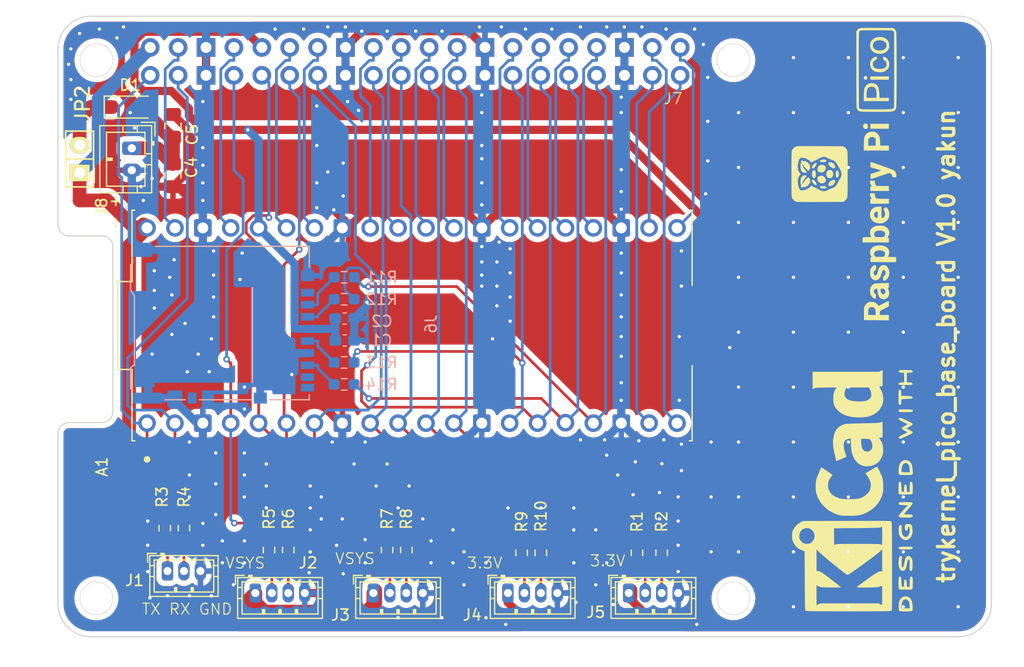
<source format=kicad_pcb>
(kicad_pcb (version 20241229) (generator "pcbnew") (generator_version "9.0")
  (layers (0 "F.Cu" signal) (2 "B.Cu" signal) (13 "F.Paste" user) (15 "B.Paste" user) (5 "F.SilkS" user "F.Silkscreen") (7 "B.SilkS" user "B.Silkscreen") (1 "F.Mask" user) (3 "B.Mask" user) (25 "Edge.Cuts" user))
  (net 0 "")
  (net 1 "GND")
  (net 2 "Net-(A1-GP9{slash}I2C0_SCL)")
  (net 3 "+5V")
  (net 4 "Net-(A1-GP4{slash}UATR1_TX)")
  (net 5 "Net-(A1-GP17{slash}SPI0_CS)")
  (net 6 "Net-(A1-GP16_SPI0_RX)")
  (net 7 "+3.3V")
  (net 8 "Net-(A1-GP18{slash}SPI0_SCK)")
  (net 9 "Net-(A1-GP7{slash}I2C1_SCL)")
  (net 10 "Net-(A1-GP21)")
  (net 11 "Net-(A1-3V3_EN)")
  (net 12 "Net-(A1-GP8{slash}I2C0_SDA)")
  (net 13 "Net-(A1-VSYS)")
  (net 14 "Net-(A1-GP27)")
  (net 15 "Net-(A1-GP10{slash}SPI1_SCK)")
  (net 16 "Net-(A1-GP15)")
  (net 17 "Net-(A1-GP11{slash}SPI1_TX)")
  (net 18 "Net-(A1-GP28)")
  (net 19 "Net-(A1-GP6{slash}I2C1_SDA)")
  (net 20 "Net-(A1-GP1{slash}UART0_RX)")
  (net 21 "Net-(A1-GP0{slash}UART0_TX)")
  (net 22 "Net-(A1-GP2)")
  (net 23 "Net-(A1-GP14)")
  (net 24 "Net-(A1-ADC_VREF)")
  (net 25 "Net-(A1-GP20)")
  (net 26 "Net-(A1-RUN)")
  (net 27 "Net-(A1-GP5{slash}UART1_RX)")
  (net 28 "Net-(A1-GP3)")
  (net 29 "Net-(A1-GP19{slash}SPI0_TX)")
  (net 30 "Net-(A1-GP13{slash}SPI1_CS)")
  (net 31 "Net-(A1-GP12{slash}SPI1_RX)")
  (net 32 "Net-(A1-GP22)")
  (net 33 "Net-(A1-GP26)")
  (net 34 "Net-(D1-K)")
  (net 35 "+BATT")
  (net 36 "Net-(J2-Pin_2)")
  (net 37 "Net-(J4-Pin_2)")
  (net 38 "Net-(J4-Pin_3)")
  (net 39 "Net-(J1-Pin_2)")
  (net 40 "Net-(J1-Pin_1)")
  (net 41 "Net-(J2-Pin_3)")
  (net 42 "Net-(J3-Pin_2)")
  (net 43 "Net-(J3-Pin_3)")
  (net 44 "Net-(J5-Pin_2)")
  (net 45 "Net-(J5-Pin_3)")
  (net 46 "Net-(J6-CLK)")
  (net 48 "Net-(J6-CMD)")
  (net 51 "Net-(J6-DAT3{slash}CD)")
  (net 53 "Net-(J6-DAT0)")
  (footprint "Connector_JST:JST_ZH_B4B-ZR_1x04_P1.50mm_Vertical" (layer "F.Cu") (at 169 78.75)
    (property "Reference" "J4")
    (property "Value" "ZH-4" (hide yes))
  )
  (footprint "Resistor_SMD:R_0603_1608Metric_Pad0.98x0.95mm_HandSolder" (layer "F.Cu") (at 139.5 72.8375 90)
    (property "Reference" "R4")
    (property "Value" "100" (hide yes))
  )
  (footprint "pico:MODULE_SC0918" (layer "F.Cu") (at 160.27 54.39 90)
    (property "Reference" "A1")
    (property "Value" "SC0918")
  )
  (footprint "Connector_JST:JST_ZH_B4B-ZR_1x04_P1.50mm_Vertical" (layer "F.Cu") (at 156.75 78.75)
    (property "Reference" "J3")
    (property "Value" "ZH-4" (hide yes))
  )
  (footprint "Resistor_SMD:R_0603_1608Metric_Pad0.98x0.95mm_HandSolder" (layer "F.Cu") (at 172 75.0875 90)
    (property "Reference" "R10")
    (property "Value" "100" (hide yes))
  )
  (footprint "Resistor_SMD:R_0603_1608Metric_Pad0.98x0.95mm_HandSolder" (layer "F.Cu") (at 158 74.8375 90)
    (property "Reference" "R7")
    (property "Value" "100" (hide yes))
  )
  (footprint "Connector_JST:JST_ZH_B4B-ZR_1x04_P1.50mm_Vertical" (layer "F.Cu") (at 180 78.75)
    (property "Reference" "J5")
    (property "Value" "ZH-4" (hide yes))
  )
  (footprint "Connector_JST:JST_ZH_B3B-ZR_1x03_P1.50mm_Vertical" (layer "F.Cu") (at 138 76.75)
    (property "Reference" "J1")
    (property "Value" "ZH-3" (hide yes))
  )
  (footprint "Resistor_SMD:R_0603_1608Metric_Pad0.98x0.95mm_HandSolder" (layer "F.Cu") (at 137.75 72.8375 90)
    (property "Reference" "R3")
    (property "Value" "100" (hide yes))
  )
  (footprint "Diode_SMD:D_SOD-123" (layer "F.Cu") (at 134.6 34.5)
    (property "Reference" "D1")
    (property "Value" "GS1010FL" (hide yes))
  )
  (footprint "Connector_JST:JST_PH_B2B-PH-K_1x02_P2.00mm_Vertical" (layer "F.Cu") (at 134.75 38.25 -90)
    (property "Reference" "J8")
    (property "Value" "PH-2")
  )
  (footprint "Capacitor_SMD:C_0805_2012Metric_Pad1.18x1.45mm_HandSolder" (layer "F.Cu") (at 138.5 36.2125 90)
    (property "Reference" "C5")
    (property "Value" "10u")
  )
  (footprint "LOGO" (layer "F.Cu") (at 200.4 69.6 90)
    (property "Reference" "G***" (hide yes))
    (property "Value" "LOGO" (hide yes))
  )
  (footprint "Connector_JST:JST_ZH_B4B-ZR_1x04_P1.50mm_Vertical" (layer "F.Cu") (at 146 78.75)
    (property "Reference" "J2")
    (property "Value" "ZH-4" (hide yes))
  )
  (footprint "LOGO" (layer "F.Cu") (at 199.6 40.6 90)
    (property "Reference" "G***" (hide yes))
    (property "Value" "LOGO" (hide yes))
  )
  (footprint "Resistor_SMD:R_0603_1608Metric_Pad0.98x0.95mm_HandSolder" (layer "F.Cu") (at 159.75 74.8375 90)
    (property "Reference" "R8")
    (property "Value" "100" (hide yes))
  )
  (footprint "Resistor_SMD:R_0603_1608Metric_Pad0.98x0.95mm_HandSolder" (layer "F.Cu") (at 180.75 75.0875 90)
    (property "Reference" "R1")
    (property "Value" "100" (hide yes))
  )
  (footprint "Resistor_SMD:R_0603_1608Metric_Pad0.98x0.95mm_HandSolder" (layer "F.Cu") (at 183 75.0875 90)
    (property "Reference" "R2")
    (property "Value" "100" (hide yes))
  )
  (footprint "RPI_Hat:RPI_Hat_B+" (layer "F.Cu") (at 160.53 30.23)
    (property "Reference" "J7")
    (property "Value" "40P" (hide yes))
    (fp_line (start -32.5 -1) (end -32.5 15) (stroke (width 0.1)) (layer "Edge.Cuts"))
    (fp_line (start -32.5 34) (end -32.5 49.5) (stroke (width 0.1)) (layer "Edge.Cuts"))
    (fp_line (start -31.5 16) (end -28.5 16) (stroke (width 0.1)) (layer "Edge.Cuts"))
    (fp_line (start -31.5 33) (end -28.5 33) (stroke (width 0.1)) (layer "Edge.Cuts"))
    (fp_line (start -29.5 -4) (end 49.5 -4) (stroke (width 0.1)) (layer "Edge.Cuts"))
    (fp_line (start -29.5 52.5) (end 49.5 52.5) (stroke (width 0.1)) (layer "Edge.Cuts"))
    (fp_line (start -27.5 17) (end -27.5 32) (stroke (width 0.1)) (layer "Edge.Cuts"))
    (fp_line (start 52.5 -1) (end 52.5 49.5) (stroke (width 0.1)) (layer "Edge.Cuts"))
    (fp_arc (start -32.5 -1) (mid -31.62132 -3.12132) (end -29.5 -4) (stroke (width 0.1)) (layer "Edge.Cuts"))
    (fp_arc (start -32.5 34) (mid -32.207107 33.292893) (end -31.5 33) (stroke (width 0.1)) (layer "Edge.Cuts"))
    (fp_arc (start -31.5 16) (mid -32.207107 15.707107) (end -32.5 15) (stroke (width 0.1)) (layer "Edge.Cuts"))
    (fp_arc (start -29.5 52.5) (mid -31.62132 51.62132) (end -32.5 49.5) (stroke (width 0.1)) (layer "Edge.Cuts"))
    (fp_arc (start -28.5 16) (mid -27.792893 16.292893) (end -27.5 17) (stroke (width 0.1)) (layer "Edge.Cuts"))
    (fp_arc (start -27.5 32) (mid -27.792893 32.707107) (end -28.5 33) (stroke (width 0.1)) (layer "Edge.Cuts"))
    (fp_arc (start 49.5 -4) (mid 51.62132 -3.12132) (end 52.5 -1) (stroke (width 0.1)) (layer "Edge.Cuts"))
    (fp_arc (start 52.5 49.5) (mid 51.62132 51.62132) (end 49.5 52.5) (stroke (width 0.1)) (layer "Edge.Cuts"))
    (fp_circle (center -29 0) (end -30.500001 -0.000001) (stroke (width 0.05)) (fill no) (layer "Edge.Cuts"))
    (fp_circle (center -29 49) (end -30.500001 49.000001) (stroke (width 0.05)) (fill no) (layer "Edge.Cuts"))
    (fp_circle (center 29 0) (end 30.500001 -0.000001) (stroke (width 0.05)) (fill no) (layer "Edge.Cuts"))
    (fp_circle (center 29 49) (end 30.500001 49.000001) (stroke (width 0.05)) (fill no) (layer "Edge.Cuts"))
  )
  (footprint "Resistor_SMD:R_0603_1608Metric_Pad0.98x0.95mm_HandSolder" (layer "F.Cu") (at 170.25 75.0875 90)
    (property "Reference" "R9")
    (property "Value" "100" (hide yes))
  )
  (footprint "Resistor_SMD:R_0603_1608Metric_Pad0.98x0.95mm_HandSolder" (layer "F.Cu") (at 147.25 74.8375 90)
    (property "Reference" "R5")
    (property "Value" "100" (hide yes))
  )
  (footprint "Capacitor_SMD:C_0805_2012Metric_Pad1.18x1.45mm_HandSolder" (layer "F.Cu") (at 138.5 40.7125 -90)
    (property "Reference" "C4")
    (property "Value" "0.1u")
  )
  (footprint "module:Pin_Header_Straight_1x02" (layer "F.Cu") (at 130 39.23 90)
    (property "Reference" "JP2")
    (property "Value" "Jumper_2_Open" (hide yes))
  )
  (footprint "Resistor_SMD:R_0603_1608Metric_Pad0.98x0.95mm_HandSolder" (layer "F.Cu") (at 149 74.8375 90)
    (property "Reference" "R6")
    (property "Value" "100" (hide yes))
  )
  (footprint "Capacitor_SMD:C_0603_1608Metric_Pad1.08x0.95mm_HandSolder" (layer "B.Cu") (at 154.1375 53.75)
    (property "Reference" "C2")
    (property "Value" "0.1u")
  )
  (footprint "Resistor_SMD:R_0603_1608Metric_Pad0.98x0.95mm_HandSolder" (layer "B.Cu") (at 154.0875 52)
    (property "Reference" "R12")
    (property "Value" "100")
  )
  (footprint "Resistor_SMD:R_0603_1608Metric_Pad0.98x0.95mm_HandSolder" (layer "B.Cu") (at 154.0875 59.75)
    (property "Reference" "R14")
    (property "Value" "100")
  )
  (footprint "Connector_Card:microSD_HC_Hirose_DM3AT-SF-PEJM5" (layer "B.Cu") (at 143.025 54.175 90)
    (property "Reference" "J6")
    (property "Value" "Micro_SD_Card_Det_Hirose_DM3AT")
  )
  (footprint "Resistor_SMD:R_0603_1608Metric_Pad0.98x0.95mm_HandSolder" (layer "B.Cu") (at 154.0875 57.75)
    (property "Reference" "R13")
    (property "Value" "100")
  )
  (footprint "Resistor_SMD:R_0603_1608Metric_Pad0.98x0.95mm_HandSolder" (layer "B.Cu") (at 154.0875 50)
    (property "Reference" "R11")
    (property "Value" "100")
  )
  (footprint "Capacitor_SMD:C_0603_1608Metric_Pad1.08x0.95mm_HandSolder" (layer "B.Cu") (at 154.1375 55.75)
    (property "Reference" "C1")
    (property "Value" "2.2u")
  )
  (gr_text "VSYS" (at 143.2 76.6 0) (layer "F.SilkS") (effects (font (size 1 1) (thickness 0.1)) (justify left bottom)))
  (gr_text "3.3V" (at 176.4 76.4 0) (layer "F.SilkS") (effects (font (size 1 1) (thickness 0.1)) (justify left bottom)))
  (gr_text "3.3V" (at 165.2 76.6 0) (layer "F.SilkS") (effects (font (size 1 1) (thickness 0.1)) (justify left bottom)))
  (gr_text "trykernel_pico_base_board V1.0 yakun" (at 209.8 78 90) (layer "F.SilkS") (effects (font (size 1.5 1.5) (thickness 0.3)) (justify left bottom)))
  (gr_text "VSYS" (at 153.2 76.2 0) (layer "F.SilkS") (effects (font (size 1 1) (thickness 0.1)) (justify left bottom)))
  (gr_text "- +" (at 133.8 45.8 90) (layer "F.SilkS") (effects (font (size 1 1)) (justify left bottom)))
  (gr_text "TX RX GND" (at 135.6 80.8 0) (layer "F.SilkS") (effects (font (size 1 1) (thickness 0.1)) (justify left bottom)))
  (segment (start 153.7502 63.28) (end 153.92 63.28) (width 0.75) (layer "F.Cu") (net 1))
  (segment (start 154.6142 50.7196) (end 154.6142 45.5) (width 0.75) (layer "F.Cu") (net 1))
  (segment (start 151.6 43.6716) (end 141.6016 43.6716) (width 0.75) (layer "F.Cu") (net 1))
  (segment (start 141.6016 43.6716) (end 141.22 44.0532) (width 0.75) (layer "F.Cu") (net 1))
  (segment (start 141.22 44.0532) (end 138.9168 41.75) (width 0.75) (layer "F.Cu") (net 1))
  (segment (start 154.6142 45.3265) (end 155.8174 44.1233) (width 0.75) (layer "F.Cu") (net 1))
  (segment (start 158 27.5897) (end 155.6883 27.5897) (width 0.75) (layer "F.Cu") (net 1))
  (segment (start 141.22 45.5) (end 141.22 44.0532) (width 0.75) (layer "F.Cu") (net 1))
  (segment (start 153.14385 43.85615) (end 152.9593 43.6716) (width 0.75) (layer "F.Cu") (net 1))
  (segment (start 141.51 29.068) (end 141.51 32.99) (width 0.75) (layer "F.Cu") (net 1))
  (segment (start 135.6 41.75) (end 135.0733 41.75) (width 0.75) (layer "F.Cu") (net 1))
  (segment (start 177.9433 44.1233) (end 167.9967 44.1233) (width 0.75) (layer "F.Cu") (net 1))
  (segment (start 167.9967 44.1233) (end 166.62 45.5) (width 0.75) (layer "F.Cu") (net 1))
  (segment (start 165.4317 27.5897) (end 163 27.5897) (width 0.75) (layer "F.Cu") (net 1))
  (segment (start 153.92 45.5) (end 154.6142 45.5) (width 0.75) (layer "F.Cu") (net 1))
  (segment (start 155.6883 27.5897) (end 154.21 29.068) (width 0.75) (layer "F.Cu") (net 1))
  (segment (start 163 27.5897) (end 160.6 27.5897) (width 0.75) (layer "F.Cu") (net 1))
  (segment (start 156.1678 52.2732) (end 154.6142 50.7196) (width 0.75) (layer "F.Cu") (net 1))
  (segment (start 138.5 35.175) (end 139.8088 36.4838) (width 0.75) (layer "F.Cu") (net 1))
  (segment (start 165.2433 44.1233) (end 166.62 45.5) (width 0.75) (layer "F.Cu") (net 1))
  (segment (start 179.32 45.5) (end 177.9433 44.1233) (width 0.75) (layer "F.Cu") (net 1))
  (segment (start 152.9593 43.6716) (end 151.6 43.6716) (width 0.75) (layer "F.Cu") (net 1))
  (segment (start 154.6142 45.3265) (end 153.14385 43.85615) (width 0.75) (layer "F.Cu") (net 1))
  (segment (start 150.5 78.75) (end 152 78.75) (width 0.75) (layer "F.Cu") (net 1))
  (segment (start 138.9168 41.75) (end 138.5 41.75) (width 0.75) (layer "F.Cu") (net 1))
  (segment (start 141.51 32.99) (end 141.25 33.25) (width 0.75) (layer "F.Cu") (net 1))
  (segment (start 160.6 27.5897) (end 158 27.5897) (width 0.75) (layer "F.Cu") (net 1))
  (segment (start 155.8174 44.1233) (end 165.2433 44.1233) (width 0.75) (layer "F.Cu") (net 1))
  (segment (start 139.8088 40.4412) (end 138.5 41.75) (width 0.75) (layer "F.Cu") (net 1))
  (segment (start 138.5 41.75) (end 135.6 41.75) (width 0.75) (layer "F.Cu") (net 1))
  (segment (start 149.323 58.8528) (end 153.7502 63.28) (width 0.75) (layer "F.Cu") (net 1))
  (segment (start 135.0733 41.75) (end 134.75 41.4267) (width 0.75) (layer "F.Cu") (net 1))
  (segment (start 139.8088 36.4838) (end 139.8088 40.4412) (width 0.75) (layer "F.Cu") (net 1))
  (segment (start 166.91 29.068) (end 165.4317 27.5897) (width 0.75) (layer "F.Cu") (net 1))
  (segment (start 134.75 40.25) (end 134.75 41.4267) (width 0.75) (layer "F.Cu") (net 1))
  (segment (start 154.6142 45.5) (end 154.6142 45.3265) (width 0.75) (layer "F.Cu") (net 1))
  (via (at 205 50) (size 0.6) (drill 0.3) (layers "F.Cu" "B.Cu") (net 1))
  (via (at 210 30) (size 0.6) (drill 0.3) (layers "F.Cu" "B.Cu") (net 1))
  (via (at 169.2 51.8) (size 0.6) (drill 0.3) (layers "F.Cu" "B.Cu") (net 1))
  (via (at 166.62 50.8) (size 0.6) (drill 0.3) (layers "F.Cu" "B.Cu") (net 1))
  (via (at 178.6 79.8) (size 0.6) (drill 0.3) (layers "F.Cu" "B.Cu") (net 1))
  (via (at 133.4 28.2) (size 0.6) (drill 0.3) (layers "F.Cu" "B.Cu") (net 1))
  (via (at 200 70) (size 0.6) (drill 0.3) (layers "F.Cu" "B.Cu") (net 1))
  (via (at 190 60) (size 0.6) (drill 0.3) (layers "F.Cu" "B.Cu") (net 1))
  (via (at 155 67) (size 0.6) (drill 0.3) (layers "F.Cu" "B.Cu") (net 1))
  (via (at 129.2 32) (size 0.6) (drill 0.3) (layers "F.Cu" "B.Cu") (net 1))
  (via (at 167.6 55.6) (size 0.6) (drill 0.3) (layers "F.Cu" "B.Cu") (net 1))
  (via (at 153.92 72) (size 0.6) (drill 0.3) (layers "F.Cu" "B.Cu") (net 1))
  (via (at 179.32 59.6) (size 0.6) (drill 0.3) (layers "F.Cu" "B.Cu") (net 1))
  (via (at 136.6 57) (size 0.6) (drill 0.3) (layers "F.Cu" "B.Cu") (net 1))
  (via (at 151 71) (size 0.6) (drill 0.3) (layers "F.Cu" "B.Cu") (net 1))
  (via (at 166.62 47.2) (size 0.6) (drill 0.3) (layers "F.Cu" "B.Cu") (net 1))
  (via (at 131.8 27.4) (size 0.6) (drill 0.3) (layers "F.Cu" "B.Cu") (net 1))
  (via (at 205 60) (size 0.6) (drill 0.3) (layers "F.Cu" "B.Cu") (net 1))
  (via (at 152.6 40.4) (size 0.6) (drill 0.3) (layers "F.Cu" "B.Cu") (net 1))
  (via (at 186 27.4) (size 0.6) (drill 0.3) (layers "F.Cu" "B.Cu") (net 1))
  (via (at 169.2 47.4) (size 0.6) (drill 0.3) (layers "F.Cu" "B.Cu") (net 1))
  (via (at 184.6 61.2) (size 0.6) (drill 0.3) (layers "F.Cu" "B.Cu") (net 1))
  (via (at 141.8 58.6) (size 0.6) (drill 0.3) (layers "F.Cu" "B.Cu") (net 1))
  (via (at 142.2 47.6) (size 0.6) (drill 0.3) (layers "F.Cu" "B.Cu") (net 1))
  (via (at 179.32 47.8) (size 0.6) (drill 0.3) (layers "F.Cu" "B.Cu") (net 1))
  (via (at 153.40415 74.40415) (size 0.6) (drill 0.3) (layers "F.Cu" "B.Cu") (net 1))
  (via (at 186.8 28.8) (size 0.6) (drill 0.3) (layers "F.Cu" "B.Cu") (net 1))
  (via (at 210 80) (size 0.6) (drill 0.3) (layers "F.Cu" "B.Cu") (net 1))
  (via (at 184.5 74.4) (size 0.6) (drill 0.3) (layers "F.Cu" "B.Cu") (net 1))
  (via (at 142.2 49.8) (size 0.6) (drill 0.3) (layers "F.Cu" "B.Cu") (net 1))
  (via (at 140.8 57) (size 0.6) (drill 0.3) (layers "F.Cu" "B.Cu") (net 1))
  (via (at 183.2 64.8) (size 0.6) (drill 0.3) (layers "F.Cu" "B.Cu") (net 1))
  (via (at 142.4 71.6) (size 0.6) (drill 0.3) (layers "F.Cu" "B.Cu") (net 1))
  (via (at 138.6 48.4) (size 0.6) (drill 0.3) (layers "F.Cu" "B.Cu") (net 1))
  (via (at 165 78) (size 0.6) (drill 0.3) (layers "F.Cu" "B.Cu") (net 1))
  (via (at 163 27.5897) (size 0.6) (drill 0.3) (layers "F.Cu" "B.Cu") (net 1))
  (via (at 205 35) (size 0.6) (drill 0.3) (layers "F.Cu" "B.Cu") (net 1))
  (via (at 160 69) (size 0.6) (drill 0.3) (layers "F.Cu" "B.Cu") (net 1))
  (via (at 138.4 51.6) (size 0.6) (drill 0.3) (layers "F.Cu" "B.Cu") (net 1))
  (via (at 147 71) (size 0.6) (drill 0.3) (layers "F.Cu" "B.Cu") (net 1))
  (via (at 195 60) (size 0.6) (drill 0.3) (layers "F.Cu" "B.Cu") (net 1))
  (via (at 144.6 50.2) (size 0.6) (drill 0.3) (layers "F.Cu" "B.Cu") (net 1))
  (via (at 141.22 38.2) (size 0.6) (drill 0.3) (layers "F.Cu" "B.Cu") (net 1))
  (via (at 195 70) (size 0.6) (drill 0.3) (layers "F.Cu" "B.Cu") (net 1))
  (via (at 205 45) (size 0.6) (drill 0.3) (layers "F.Cu" "B.Cu") (net 1))
  (via (at 149.323 58.8528) (size 0.6) (drill 0.3) (layers "F.Cu" "B.Cu") (net 1))
  (via (at 179.32 53.6) (size 0.6) (drill 0.3) (layers "F.Cu" "B.Cu") (net 1))
  (via (at 184.8 67.6) (size 0.6) (drill 0.3) (layers "F.Cu" "B.Cu") (net 1))
  (via (at 156.1678 52.2732) (size 0.6) (drill 0.3) (layers "F.Cu" "B.Cu") (net 1))
  (via (at 179.32 33.6) (size 0.6) (drill 0.3) (layers "F.Cu" "B.Cu") (net 1))
  (via (at 130 27.8) (size 0.6) (drill 0.3) (layers "F.Cu" "B.Cu") (net 1))
  (via (at 187.2 39.4) (size 0.6) (drill 0.3) (layers "F.Cu" "B.Cu") (net 1))
  (via (at 144 78) (size 0.6) (drill 0.3) (layers "F.Cu" "B.Cu") (net 1))
  (via (at 142.4 66) (size 0.6) (drill 0.3) (layers "F.Cu" "B.Cu") (net 1))
  (via (at 200 30) (size 0.6) (drill 0.3) (layers "F.Cu" "B.Cu") (net 1))
  (via (at 200 65) (size 0.6) (drill 0.3) (layers "F.Cu" "B.Cu") (net 1))
  (via (at 184.8 47.6) (size 0.6) (drill 0.3) (layers "F.Cu" "B.Cu") (net 1))
  (via (at 200 75) (size 0.6) (drill 0.3) (layers "F.Cu" "B.Cu") (net 1))
  (via (at 172 71) (size 0.6) (drill 0.3) (layers "F.Cu" "B.Cu") (net 1))
  (via (at 141.22 34) (size 0.6) (drill 0.3) (layers "F.Cu" "B.Cu") (net 1))
  (via (at 163 81) (size 0.6) (drill 0.3) (layers "F.Cu" "B.Cu") (net 1))
  (via (at 210 75) (size 0.6) (drill 0.3) (layers "F.Cu" "B.Cu") (net 1))
  (via (at 145 62) (size 0.6) (drill 0.3) (layers "F.Cu" "B.Cu") (net 1))
  (via (at 154.4 34) (size 0.6) (drill 0.3) (layers "F.Cu" "B.Cu") (net 1))
  (via (at 190 55) (size 0.6) (drill 0.3) (layers "F.Cu" "B.Cu") (net 1))
  (via (at 155.6883 27.5897) (size 0.6) (drill 0.3) (layers "F.Cu" "B.Cu") (net 1))
  (via (at 143 76) (size 0.6) (drill 0.3) (layers "F.Cu" "B.Cu") (net 1))
  (via (at 168 48.6) (size 0.6) (drill 0.3) (layers "F.Cu" "B.Cu") (net 1))
  (via (at 169 71) (size 0.6) (drill 0.3) (layers "F.Cu" "B.Cu") (net 1))
  (via (at 135.6 41.75) (size 0.6) (drill 0.3) (layers "F.Cu" "B.Cu") (net 1))
  (via (at 205 65) (size 0.6) (drill 0.3) (layers "F.Cu" "B.Cu") (net 1))
  (via (at 165 75) (size 0.6) (drill 0.3) (layers "F.Cu" "B.Cu") (net 1))
  (via (at 205 55) (size 0.6) (drill 0.3) (layers "F.Cu" "B.Cu") (net 1))
  (via (at 200 80) (size 0.6) (drill 0.3) (layers "F.Cu" "B.Cu") (net 1))
  (via (at 184.8 65.2) (size 0.6) (drill 0.3) (layers "F.Cu" "B.Cu") (net 1))
  (via (at 190 35) (size 0.6) (drill 0.3) (layers "F.Cu" "B.Cu") (net 1))
  (via (at 175 73) (size 0.6) (drill 0.3) (layers "F.Cu" "B.Cu") (net 1))
  (via (at 166.62 49.8) (size 0.6) (drill 0.3) (layers "F.Cu" "B.Cu") (net 1))
  (via (at 142.4 68.8) (size 0.6) (drill 0.3) (layers "F.Cu" "B.Cu") (net 1))
  (via (at 145 76) (size 0.6) (drill 0.3) (layers "F.Cu" "B.Cu") (net 1))
  (via (at 195 35) (size 0.6) (drill 0.3) (layers "F.Cu" "B.Cu") (net 1))
  (via (at 134 27.2) (size 0.6) (drill 0.3) (layers "F.Cu" "B.Cu") (net 1))
  (via (at 169.2 54) (size 0.6) (drill 0.3) (layers "F.Cu" "B.Cu") (net 1))
  (via (at 145 74) (size 0.6) (drill 0.3) (layers "F.Cu" "B.Cu") (net 1))
  (via (at 140 70) (size 0.6) (drill 0.3) (layers "F.Cu" "B.Cu") (net 1))
  (via (at 210 55) (size 0.6) (drill 0.3) (layers "F.Cu" "B.Cu") (net 1))
  (via (at 141.22 74.4) (size 0.6) (drill 0.3) (layers "F.Cu" "B.Cu") (net 1))
  (via (at 129 30.6) (size 0.6) (drill 0.3) (layers "F.Cu" "B.Cu") (net 1))
  (via (at 159 71) (size 0.6) (drill 0.3) (layers "F.Cu" "B.Cu") (net 1))
  (via (at 151.6 34.4) (size 0.6) (drill 0.3) (layers "F.Cu" "B.Cu") (net 1))
  (via (at 164 73) (size 0.6) (drill 0.3) (layers "F.Cu" "B.Cu") (net 1))
  (via (at 151 75) (size 0.6) (drill 0.3) (layers "F.Cu" "B.Cu") (net 1))
  (via (at 168 52.6) (size 0.6) (drill 0.3) (layers "F.Cu" "B.Cu") (net 1))
  (via (at 147 67) (size 0.6) (drill 0.3) (layers "F.Cu" "B.Cu") (net 1))
  (via (at 178 66.2) (size 0.6) (drill 0.3) (layers "F.Cu" "B.Cu") (net 1))
  (via (at 169.2 49.6) (size 0.6) (drill 0.3) (layers "F.Cu" "B.Cu") (net 1))
  (via (at 205 70) (size 0.6) (drill 0.3) (layers "F.Cu" "B.Cu") (net 1))
  (via (at 168.4 27.2) (size 0.6) (drill 0.3) (layers "F.Cu" "B.Cu") (net 1))
  (via (at 195 30) (size 0.6) (drill 0.3) (layers "F.Cu" "B.Cu") (net 1))
  (via (at 151.6 43.6716) (size 0.6) (drill 0.3) (layers "F.Cu" "B.Cu") (net 1))
  (via (at 175 71) (size 0.6) (drill 0.3) (layers "F.Cu" "B.Cu") (net 1))
  (via (at 142.2 53.6) (size 0.6) (drill 0.3) (layers "F.Cu" "B.Cu") (net 1))
  (via (at 184.5 76.8) (size 0.6) (drill 0.3) (layers "F.Cu" "B.Cu") (net 1))
  (via (at 166.4 27.2) (size 0.6) (drill 0.3) (layers "F.Cu" "B.Cu") (net 1))
  (via (at 154.2 27.2) (size 0.6) (drill 0.3) (layers "F.Cu" "B.Cu") (net 1))
  (via (at 210 45) (size 0.6) (drill 0.3) (layers "F.Cu" "B.Cu") (net 1))
  (via (at 136.2 74.4) (size 0.6) (drill 0.3) (layers "F.Cu" "B.Cu") (net 1))
  (via (at 186.2 81.6) (size 0.6) (drill 0.3) (layers "F.Cu" "B.Cu") (net 1))
  (via (at 178 76) (size 0.6) (drill 0.3) (layers "F.Cu" "B.Cu") (net 1))
  (via (at 162 76) (size 0.6) (drill 0.3) (layers "F.Cu" "B.Cu") (net 1))
  (via (at 168.2 46.8) (size 0.6) (drill 0.3) (layers "F.Cu" "B.Cu") (net 1))
  (via (at 141.22 72.4) (size 0.6) (drill 0.3) (layers "F.Cu" "B.Cu") (net 1))
  (via (at 155.4 34.8) (size 0.6) (drill 0.3) (layers "F.Cu" "B.Cu") (net 1))
  (via (at 195 75) (size 0.6) (drill 0.3) (layers "F.Cu" "B.Cu") (net 1))
  (via (at 152 70) (size 0.6) (drill 0.3) (layers "F.Cu" "B.Cu") (net 1))
  (via (at 179.32 35) (size 0.6) (drill 0.3) (layers "F.Cu" "B.Cu") (net 1))
  (via (at 147 69) (size 0.6) (drill 0.3) (layers "F.Cu" "B.Cu") (net 1))
  (via (at 168.8 81.6) (size 0.6) (drill 0.3) (layers "F.Cu" "B.Cu") (net 1))
  (via (at 166.62 43.4) (size 0.6) (drill 0.3) (layers "F.Cu" "B.Cu") (net 1))
  (via (at 195 45) (size 0.6) (drill 0.3) (layers "F.Cu" "B.Cu") (net 1))
  (via (at 156 73.8883) (size 0.6) (drill 0.3) (layers "F.Cu" "B.Cu") (net 1))
  (via (at 154 77) (size 0.6) (drill 0.3) (layers "F.Cu" "B.Cu") (net 1))
  (via (at 200 35) (size 0.6) (drill 0.3) (layers "F.Cu" "B.Cu") (net 1))
  (via (at 179.32 42.2) (size 0.6) (drill 0.3) (layers "F.Cu" "B.Cu") (net 1))
  (via (at 166.62 33.4) (size 0.6) (drill 0.3) (layers "F.Cu" "B.Cu") (net 1))
  (via (at 182.8 69.6) (size 0.6) (drill 0.3) (layers "F.Cu" "B.Cu") (net 1))
  (via (at 134.6 35) (size 0.6) (drill 0.3) (layers "F.Cu" "B.Cu") (net 1))
  (via (at 200 60) (size 0.6) (drill 0.3) (layers "F.Cu" "B.Cu") (net 1))
  (via (at 200 50) (size 0.6) (drill 0.3) (layers "F.Cu" "B.Cu") (net 1))
  (via (at 145 60) (size 0.6) (drill 0.3) (layers "F.Cu" "B.Cu") (net 1))
  (via (at 160.6 27.5897) (size 0.6) (drill 0.3) (layers "F.Cu" "B.Cu") (net 1))
  (via (at 179.32 49.6) (size 0.6) (drill 0.3) (layers "F.Cu" "B.Cu") (net 1))
  (via (at 138.4 55.2) (size 0.6) (drill 0.3) (layers "F.Cu" "B.Cu") (net 1))
  (via (at 210 35) (size 0.6) (drill 0.3) (layers "F.Cu" "B.Cu") (net 1))
  (via (at 136.6 41) (size 0.6) (drill 0.3) (layers "F.Cu" "B.Cu") (net 1))
  (via (at 195 50) (size 0.6) (drill 0.3) (layers "F.Cu" "B.Cu") (net 1))
  (via (at 164 76) (size 0.6) (drill 0.3) (layers "F.Cu" "B.Cu") (net 1))
  (via (at 190 70) (size 0.6) (drill 0.3) (layers "F.Cu" "B.Cu") (net 1))
  (via (at 205 40) (size 0.6) (drill 0.3) (layers "F.Cu" "B.Cu") (net 1))
  (via (at 190 45) (size 0.6) (drill 0.3) (layers "F.Cu" "B.Cu") (net 1))
  (via (at 187 42.4) (size 0.6) (drill 0.3) (layers "F.Cu" "B.Cu") (net 1))
  (via (at 158 27.5897) (size 0.6) (drill 0.3) (layers "F.Cu" "B.Cu") (net 1))
  (via (at 140 65) (size 0.6) (drill 0.3) (layers "F.Cu" "B.Cu") (net 1))
  (via (at 184.6 55.4) (size 0.6) (drill 0.3) (layers "F.Cu" "B.Cu") (net 1))
  (via (at 139.8 58.6) (size 0.6) (drill 0.3) (layers "F.Cu" "B.Cu") (net 1))
  (via (at 150.90415 76.90415) (size 0.6) (drill 0.3) (layers "F.Cu" "B.Cu") (net 1))
  (via (at 166.62 35) (size 0.6) (drill 0.3) (layers "F.Cu" "B.Cu") (net 1))
  (via (at 151.6 38) (size 0.6) (drill 0.3) (layers "F.Cu" "B.Cu") (net 1))
  (via (at 175.6 64.8) (size 0.6) (drill 0.3) (layers "F.Cu" "B.Cu") (net 1))
  (via (at 139.6 54.2) (size 0.6) (drill 0.3) (layers "F.Cu" "B.Cu") (net 1))
  (via (at 180.92 64.88) (size 0.6) (drill 0.3) (layers "F.Cu" "B.Cu") (net 1))
  (via (at 150.4 27.4) (size 0.6) (drill 0.3) (layers "F.Cu" "B.Cu") (net 1))
  (via (at 195 65) (size 0.6) (drill 0.3) (layers "F.Cu" "B.Cu") (net 1))
  (via (at 195 80) (size 0.6) (drill 0.3) (layers "F.Cu" "B.Cu") (net 1))
  (via (at 136.8 51.2) (size 0.6) (drill 0.3) (layers "F.Cu" "B.Cu") (net 1))
  (via (at 187.5 70) (size 0.6) (drill 0.3) (layers "F.Cu" "B.Cu") (net 1))
  (via (at 187.5 75) (size 0.6) (drill 0.3) (layers "F.Cu" "B.Cu") (net 1))
  (via (at 151 69) (size 0.6) (drill 0.3) (layers "F.Cu" "B.Cu") (net 1))
  (via (at 152.6 27.2) (size 0.6) (drill 0.3) (layers "F.Cu" "B.Cu") (net 1))
  (via (at 154 42.6) (size 0.6) (drill 0.3) (layers "F.Cu" "B.Cu") (net 1))
  (via (at 157 69) (size 0.6) (drill 0.3) (layers "F.Cu" "B.Cu") (net 1))
  (via (at 158 67) (size 0.6) (drill 0.3) (layers "F.Cu" "B.Cu") (net 1))
  (via (at 180.6 66.8) (size 0.6) (drill 0.3) (layers "F.Cu" "B.Cu") (net 1))
  (via (at 130 32.8) (size 0.6) (drill 0.3) (layers "F.Cu" "B.Cu") (net 1))
  (via (at 135.8 43) (size 0.6) (drill 0.3) (layers "F.Cu" "B.Cu") (net 1))
  (via (at 151.6 41.4) (size 0.6) (drill 0.3) (layers "F.Cu" "B.Cu") (net 1))
  (via (at 161.25 72) (size 0.6) (drill 0.3) (layers "F.Cu" "B.Cu") (net 1))
  (via (at 141.22 39.8) (size 0.6) (drill 0.3) (layers "F.Cu" "B.Cu") (net 1))
  (via (at 179.32 40.2) (size 0.6) (drill 0.3) (layers "F.Cu" "B.Cu") (net 1))
  (via (at 205 80) (size 0.6) (drill 0.3) (layers "F.Cu" "B.Cu") (net 1))
  (via (at 167 76) (size 0.6) (drill 0.3) (layers "F.Cu" "B.Cu") (net 1))
  (via (at 151 73) (size 0.6) (drill 0.3) (layers "F.Cu" "B.Cu") (net 1))
  (via (at 138.2 50) (size 0.6) (drill 0.3) (layers "F.Cu" "B.Cu") (net 1))
  (via (at 179.32 43.8) (size 0.6) (drill 0.3) (layers "F.Cu" "B.Cu") (net 1))
  (via (at 175.2 79.6) (size 0.6) (drill 0.3) (layers "F.Cu" "B.Cu") (net 1))
  (via (at 177.8 64.8) (size 0.6) (drill 0.3) (layers "F.Cu" "B.Cu") (net 1))
  (via (at 142.2 51.8) (size 0.6) (drill 0.3) (layers "F.Cu" "B.Cu") (net 1))
  (via (at 210 50) (size 0.6) (drill 0.3) (layers "F.Cu" "B.Cu") (net 1))
  (via (at 141.22 41.4) (size 0.6) (drill 0.3) (layers "F.Cu" "B.Cu") (net 1))
  (via (at 145 68) (size 0.6) (drill 0.3) (layers "F.Cu" "B.Cu") (net 1))
  (via (at 195 40) (size 0.6) (drill 0.3) (layers "F.Cu" "B.Cu") (net 1))
  (via (at 136.2 76.8) (size 0.6) (drill 0.3) (layers "F.Cu" "B.Cu") (net 1))
  (via (at 190 50) (size 0.6) (drill 0.3) (layers "F.Cu" "B.Cu") (net 1))
  (via (at 162 74) (size 0.6) (drill 0.3) (layers "F.Cu" "B.Cu") (net 1))
  (via (at 175 76) (size 0.6) (drill 0.3) (layers "F.Cu" "B.Cu") (net 1))
  (via (at 187.5 65) (size 0.6) (drill 0.3) (layers "F.Cu" "B.Cu") (net 1))
  (via (at 152 72) (size 0.6) (drill 0.3) (layers "F.Cu" "B.Cu") (net 1))
  (via (at 177 73) (size 0.6) (drill 0.3) (layers "F.Cu" "B.Cu") (net 1))
  (via (at 145 66) (size 0.6) (drill 0.3) (layers "F.Cu" "B.Cu") (net 1))
  (via (at 144.8 47.8) (size 0.6) (drill 0.3) (layers "F.Cu" "B.Cu") (net 1))
  (via (at 143 74) (size 0.6) (drill 0.3) (layers "F.Cu" "B.Cu") (net 1))
  (via (at 210 70) (size 0.6) (drill 0.3) (layers "F.Cu" "B.Cu") (net 1))
  (via (at 140 68) (size 0.6) (drill 0.3) (layers "F.Cu" "B.Cu") (net 1))
  (via (at 210 65) (size 0.6) (drill 0.3) (layers "F.Cu" "B.Cu") (net 1))
  (via (at 166.62 38) (size 0.6) (drill 0.3) (layers "F.Cu" "B.Cu") (net 1))
  (via (at 129.2 29.2) (size 0.6) (drill 0.3) (layers "F.Cu" "B.Cu") (net 1))
  (via (at 184.5 70) (size 0.6) (drill 0.3) (layers "F.Cu" "B.Cu") (net 1))
  (via (at 210 60) (size 0.6) (drill 0.3) (layers "F.Cu" "B.Cu") (net 1))
  (via (at 166.62 48.6) (size 0.6) (drill 0.3) (layers "F.Cu" "B.Cu") (net 1))
  (via (at 167 81) (size 0.6) (drill 0.3) (layers "F.Cu" "B.Cu") (net 1))
  (via (at 187.2 31.8) (size 0.6) (drill 0.3) (layers "F.Cu" "B.Cu") (net 1))
  (via (at 175.6 27.2) (size 0.6) (drill 0.3) (layers "F.Cu" "B.Cu") (net 1))
  (via (at 147.8 27.4) (size 0.6) (drill 0.3) (layers "F.Cu" "B.Cu") (net 1))
  (via (at 189.2 56.4) (size 0.6) (drill 0.3) (layers "F.Cu" "B.Cu") (net 1))
  (via (at 210 40) (size 0.6) (drill 0.3) (layers "F.Cu" "B.Cu") (net 1))
  (via (at 170.6 27.4) (size 0.6) (drill 0.3) (layers "F.Cu" "B.Cu") (net 1))
  (via (at 142 79) (size 0.6) (drill 0.3) (layers "F.Cu" "B.Cu") (net 1))
  (via (at 183.4 27.4) (size 0.6) (drill 0.3) (layers "F.Cu" "B.Cu") (net 1))
  (via (at 136.4 79.2) (size 0.6) (drill 0.3) (layers "F.Cu" "B.Cu") (net 1))
  (via (at 179.32 57.2) (size 0.6) (drill 0.3) (layers "F.Cu" "B.Cu") (net 1))
  (via (at 181.2 27.2) (size 0.6) (drill 0.3) (layers "F.Cu" "B.Cu") (net 1))
  (via (at 179.32 55.4) (size 0.6) (drill 0.3) (layers "F.Cu" "B.Cu") (net 1))
  (via (at 159 81) (size 0.6) (drill 0.3) (layers "F.Cu" "B.Cu") (net 1))
  (via (at 205 75) (size 0.6) (drill 0.3) (layers "F.Cu" "B.Cu") (net 1))
  (via (at 135 36.4) (size 0.6) (drill 0.3) (layers "F.Cu" "B.Cu") (net 1))
  (via (at 179.6 27.2) (size 0.6) (drill 0.3) (layers "F.Cu" "B.Cu") (net 1))
  (via (at 141.22 43) (size 0.6) (drill 0.3) (layers "F.Cu" "B.Cu") (net 1))
  (via (at 205 30) (size 0.6) (drill 0.3) (layers "F.Cu" "B.Cu") (net 1))
  (via (at 190 65) (size 0.6) (drill 0.3) (layers "F.Cu" "B.Cu") (net 1))
  (via (at 187.2 35.8) (size 0.6) (drill 0.3) (layers "F.Cu" "B.Cu") (net 1))
  (via (at 136.2 72.2) (size 0.6) (drill 0.3) (layers "F.Cu" "B.Cu") (net 1))
  (via (at 138 79) (size 0.6) (drill 0.3) (layers "F.Cu" "B.Cu") (net 1))
  (via (at 180.4 69.8) (size 0.6) (drill 0.3) (layers "F.Cu" "B.Cu") (net 1))
  (via (at 200 40) (size 0.6) (drill 0.3) (layers "F.Cu" "B.Cu") (net 1))
  (via (at 166.62 39.2) (size 0.6) (drill 0.3) (layers "F.Cu" "B.Cu") (net 1))
  (via (at 200 55) (size 0.6) (drill 0.3) (layers "F.Cu" "B.Cu") (net 1))
  (via (at 190 75) (size 0.6) (drill 0.3) (layers "F.Cu" "B.Cu") (net 1))
  (via (at 200 45) (size 0.6) (drill 0.3) (layers "F.Cu" "B.Cu") (net 1))
  (via (at 179.32 61.2) (size 0.6) (drill 0.3) (layers "F.Cu" "B.Cu") (net 1))
  (via (at 153 65) (size 0.6) (drill 0.3) (layers "F.Cu" "B.Cu") (net 1))
  (via (at 178 27.2) (size 0.6) (drill 0.3) (layers "F.Cu" "B.Cu") (net 1))
  (via (at 153.14385 43.85615) (size 0.6) (drill 0.3) (layers "F.Cu" "B.Cu") (net 1))
  (via (at 140 79) (size 0.6) (drill 0.3) (layers "F.Cu" "B.Cu") (net 1))
  (via (at 173 27.4) (size 0.6) (drill 0.3) (layers "F.Cu" "B.Cu") (net 1))
  (via (at 136.8 49.4) (size 0.6) (drill 0.3) (layers "F.Cu" "B.Cu") (net 1))
  (via (at 195 55) (size 0.6) (drill 0.3) (layers "F.Cu" "B.Cu") (net 1))
  (via (at 179.32 51.6) (size 0.6) (drill 0.3) (layers "F.Cu" "B.Cu") (net 1))
  (via (at 129.2 33.8) (size 0.6) (drill 0.3) (layers "F.Cu" "B.Cu") (net 1))
  (via (at 184.5 72.2) (size 0.6) (drill 0.3) (layers "F.Cu" "B.Cu") (net 1))
  (via (at 136.8 52.8) (size 0.6) (drill 0.3) (layers "F.Cu" "B.Cu") (net 1))
  (via (at 179 68) (size 0.6) (drill 0.3) (layers "F.Cu" "B.Cu") (net 1))
  (via (at 182.8 72) (size 0.6) (drill 0.3) (layers "F.Cu" "B.Cu") (net 1))
  (via (at 184.8 50.8) (size 0.6) (drill 0.3) (layers "F.Cu" "B.Cu") (net 1))
  (via (at 156 65) (size 0.6) (drill 0.3) (layers "F.Cu" "B.Cu") (net 1))
  (via (at 168 50.8) (size 0.6) (drill 0.3) (layers "F.Cu" "B.Cu") (net 1))
  (via (at 145 70) (size 0.6) (drill 0.3) (layers "F.Cu" "B.Cu") (net 1))
  (via (at 142 55.6) (size 0.6) (drill 0.3) (layers "F.Cu" "B.Cu") (net 1))
  (via (at 154 39.6) (size 0.6) (drill 0.3) (layers "F.Cu" "B.Cu") (net 1))
  (via (at 166.62 41.4) (size 0.6) (drill 0.3) (layers "F.Cu" "B.Cu") (net 1))
  (via (at 183.02 66.98) (size 0.6) (drill 0.3) (layers "F.Cu" "B.Cu") (net 1))
  (via (at 156 76) (size 0.6) (drill 0.3) (layers "F.Cu" "B.Cu") (net 1))
  (via (at 190 40) (size 0.6) (drill 0.3) (layers "F.Cu" "B.Cu") (net 1))
  (via (at 177 78) (size 0.6) (drill 0.3) (layers "F.Cu" "B.Cu") (net 1))
  (segment (start 184.5 76.8) (end 184.5 75) (width 0.75) (layer "B.Cu") (net 1))
  (segment (start 179.32 57.2) (end 179.32 55.4) (width 0.75) (layer "B.Cu") (net 1))
  (segment (start 179.32 53.6) (end 179.32 51.6) (width 0.75) (layer "B.Cu") (net 1))
  (segment (start 166.62 45.5) (end 166.62 43.4) (width 0.75) (layer "B.Cu") (net 1))
  (segment (start 141.51 29.068) (end 141.51 27.51) (width 0.75) (layer "B.Cu") (net 1))
  (segment (start 141.22 74) (end 141.22 74.4) (width 0.75) (layer "B.Cu") (net 1))
  (segment (start 141.22 63.28) (end 141.22 66) (width 0.75) (layer "B.Cu") (net 1))
  (segment (start 179.32 55.4) (end 179.32 53.6) (width 0.75) (layer "B.Cu") (net 1))
  (segment (start 141.51 27.51) (end 141.5 27.5) (width 0.75) (layer "B.Cu") (net 1))
  (segment (start 146.45 61) (end 146.45 59.9233) (width 0.75) (layer "B.Cu") (net 1))
  (segment (start 179.32 42.2) (end 179.32 40.2) (width 0.75) (layer "B.Cu") (net 1))
  (segment (start 141.22 34) (end 141.22 33.3247) (width 0.75) (layer "B.Cu") (net 1))
  (segment (start 184.5 68.46) (end 183.02 66.98) (width 0.75) (layer "B.Cu") (net 1))
  (segment (start 166.62 33.4) (end 166.62 33.3247) (width 0.75) (layer "B.Cu") (net 1))
  (segment (start 153.92 73.8883) (end 153.40415 74.40415) (width 0.75) (layer "B.Cu") (net 1))
  (segment (start 140.6914 63.28) (end 141.22 63.28) (width 0.75) (layer "B.Cu") (net 1))
  (segment (start 179.32 35) (end 179.32 33.6) (width 0.75) (layer "B.Cu") (net 1))
  (segment (start 155 55.75) (end 155 53.75) (width 0.75) (layer "B.Cu") (net 1))
  (segment (start 166.91 29.068) (end 166.91 31.608) (width 0.75) (layer "B.Cu") (net 1))
  (segment (start 149.5733 58.6025) (end 149.323 58.8528) (width 0.75) (layer "B.Cu") (net 1))
  (segment (start 173.5 78.75) (end 173.5 69.1) (width 0.75) (layer "B.Cu") (net 1))
  (segment (start 134.75 46.6) (end 134.75 40.25) (width 0.75) (layer "B.Cu") (net 1))
  (segment (start 136.2433 61) (end 138.4114 61) (width 0.75) (layer "B.Cu") (net 1))
  (segment (start 161.25 73.8883) (end 161.25 72) (width 0.75) (layer "B.Cu") (net 1))
  (segment (start 179.61 31.608) (end 179.61 33.0347) (width 0.75) (layer "B.Cu") (net 1))
  (segment (start 166.62 33.3247) (end 166.91 33.0347) (width 0.75) (layer "B.Cu") (net 1))
  (segment (start 179.32 49.6) (end 179.32 47.8) (width 0.75) (layer "B.Cu") (net 1))
  (segment (start 148.2525 59.9233) (end 149.323 58.8528) (width 0.75) (layer "B.Cu") (net 1))
  (segment (start 156 73.8883) (end 161.25 73.8883) (width 0.75) (layer "B.Cu") (net 1))
  (segment (start 184.5 75) (end 184.5 74.4) (width 0.75) (layer "B.Cu") (net 1))
  (segment (start 153.92 45.5) (end 150.75 48.67) (width 0.75) (layer "B.Cu") (net 1))
  (segment (start 150.75 56.9) (end 149.5733 56.9) (width 0.75) (layer "B.Cu") (net 1))
  (segment (start 166.62 47.2) (end 166.62 45.5) (width 0.75) (layer "B.Cu") (net 1))
  (segment (start 166.62 41.4) (end 166.62 39.2) (width 0.75) (layer "B.Cu") (net 1))
  (segment (start 184.5 78.75) (end 184.5 76.8) (width 0.75) (layer "B.Cu") (net 1))
  (segment (start 141.22 45.5) (end 141.22 43) (width 0.75) (layer "B.Cu") (net 1))
  (segment (start 153.92 73.8883) (end 156 73.8883) (width 0.75) (layer "B.Cu") (net 1))
  (segment (start 154.21 32.96) (end 154.25 33) (width 0.75) (layer "B.Cu") (net 1))
  (segment (start 153.92 63.28) (end 153.92 72) (width 0.75) (layer "B.Cu") (net 1))
  (segment (start 166.62 50.8) (end 166.62 49.8) (width 0.75) (layer "B.Cu") (net 1))
  (segment (start 141.22 54.4042) (end 141.22 45.5) (width 0.75) (layer "B.Cu") (net 1))
  (segment (start 161.25 72) (end 161.25 68.65) (width 0.75) (layer "B.Cu") (net 1))
  (segment (start 137.75 47.5) (end 138 47.75) (width 0.75) (layer "B.Cu") (net 1))
  (segment (start 179.32 33.3247) (end 179.61 33.0347) (width 0.75) (layer "B.Cu") (net 1))
  (segment (start 153.40415 74.40415) (end 150.90415 76.90415) (width 0.75) (layer "B.Cu") (net 1))
  (segment (start 149.5733 56.9) (end 149.5733 58.6025) (width 0.75) (layer "B.Cu") (net 1))
  (segment (start 141.22 41.4) (end 141.22 39.8) (width 0.75) (layer "B.Cu") (net 1))
  (segment (start 154.21 31.608) (end 154.21 32.96) (width 0.75) (layer "B.Cu") (net 1))
  (segment (start 141.51 31.608) (end 141.51 33.0347) (width 0.75) (layer "B.Cu") (net 1))
  (segment (start 179.32 61.2) (end 179.32 59.6) (width 0.75) (layer "B.Cu") (net 1))
  (segment (start 141.22 72) (end 141.22 72.4) (width 0.75) (layer "B.Cu") (net 1))
  (segment (start 156.1678 52.5822) (end 156.1678 52.2732) (width 0.75) (layer "B.Cu") (net 1))
  (segment (start 141 76.75) (end 141 75.3083) (width 0.75) (layer "B.Cu") (net 1))
  (segment (start 141.22 72.4) (end 141.22 74) (width 0.75) (layer "B.Cu") (net 1))
  (segment (start 141.22 74.4) (end 141.22 75.0883) (width 0.75) (layer "B.Cu") (net 1))
  (segment (start 141.22 66) (end 141.22 69) (width 0.75) (layer "B.Cu") (net 1))
  (segment (start 141.22 33.3247) (end 141.51 33.0347) (width 0.75) (layer "B.Cu") (net 1))
  (segment (start 155 53.75) (end 156.1678 52.5822) (width 0.75) (layer "B.Cu") (net 1))
  (segment (start 184.5 70) (end 184.5 68.46) (width 0.75) (layer "B.Cu") (net 1))
  (segment (start 146.45 59.9233) (end 148.2525 59.9233) (width 0.75) (layer "B.Cu") (net 1))
  (segment (start 179.32 33.6) (end 179.32 33.3247) (width 0.75) (layer "B.Cu") (net 1))
  (segment (start 153.92 72) (end 153.92 73.8883) (width 0.75) (layer "B.Cu") (net 1))
  (segment (start 150.75 48.67) (end 150.75 49.85) (width 0.75) (layer "B.Cu") (net 1))
  (segment (start 166.62 49.8) (end 166.62 48.6) (width 0.75) (layer "B.Cu") (net 1))
  (segment (start 135.65 47.5) (end 134.75 46.6) (width 0.75) (layer "B.Cu") (net 1))
  (segment (start 166.62 43.4) (end 166.62 41.4) (width 0.75) (layer "B.Cu") (net 1))
  (segment (start 179.61 29.068) (end 179.61 31.608) (width 0.75) (layer "B.Cu") (net 1))
  (segment (start 150.90415 76.90415) (end 150.5 77.3083) (width 0.75) (layer "B.Cu") (net 1))
  (segment (start 161.25 68.65) (end 166.62 63.28) (width 0.75) (layer "B.Cu") (net 1))
  (segment (start 166.62 63.28) (end 166.62 50.8) (width 0.75) (layer "B.Cu") (net 1))
  (segment (start 166.91 31.608) (end 166.91 33.0347) (width 0.75) (layer "B.Cu") (net 1))
  (segment (start 136.1 61) (end 136.2433 61) (width 0.75) (layer "B.Cu") (net 1))
  (segment (start 150.5 78.75) (end 150.5 77.3083) (width 0.75) (layer "B.Cu") (net 1))
  (segment (start 184.5 72.2) (end 184.5 70) (width 0.75) (layer "B.Cu") (net 1))
  (segment (start 141.22 75.0883) (end 141 75.3083) (width 0.75) (layer "B.Cu") (net 1))
  (segment (start 138.4114 61) (end 140.6914 63.28) (width 0.75) (layer "B.Cu") (net 1))
  (segment (start 141.22 43) (end 141.22 41.4) (width 0.75) (layer "B.Cu") (net 1))
  (segment (start 135.65 47.5) (end 137.75 47.5) (width 0.75) (layer "B.Cu") (net 1))
  (segment (start 166.62 48.6) (end 166.62 47.2) (width 0.75) (layer "B.Cu") (net 1))
  (segment (start 141.22 69) (end 141.22 72) (width 0.75) (layer "B.Cu") (net 1))
  (segment (start 179.32 40.2) (end 179.32 35) (width 0.75) (layer "B.Cu") (net 1))
  (segment (start 166.62 35) (end 166.62 33.4) (width 0.75) (layer "B.Cu") (net 1))
  (segment (start 179.32 47.8) (end 179.32 45.5) (width 0.75) (layer "B.Cu") (net 1))
  (segment (start 154.21 31.608) (end 154.21 29.068) (width 0.75) (layer "B.Cu") (net 1))
  (segment (start 183.02 66.98) (end 180.92 64.88) (width 0.75) (layer "B.Cu") (net 1))
  (segment (start 136.2433 59.3809) (end 141.22 54.4042) (width 0.75) (layer "B.Cu") (net 1))
  (segment (start 173.5 69.1) (end 177.8 64.8) (width 0.75) (layer "B.Cu") (net 1))
  (segment (start 141.22 39.8) (end 141.22 38.2) (width 0.75) (layer "B.Cu") (net 1))
  (segment (start 179.32 63.28) (end 179.32 61.2) (width 0.75) (layer "B.Cu") (net 1))
  (segment (start 166.62 39.2) (end 166.62 38) (width 0.75) (layer "B.Cu") (net 1))
  (segment (start 177.8 64.8) (end 179.32 63.28) (width 0.75) (layer "B.Cu") (net 1))
  (segment (start 179.32 51.6) (end 179.32 49.6) (width 0.75) (layer "B.Cu") (net 1))
  (segment (start 184.5 74.4) (end 184.5 72.2) (width 0.75) (layer "B.Cu") (net 1))
  (segment (start 179.32 59.6) (end 179.32 57.2) (width 0.75) (layer "B.Cu") (net 1))
  (segment (start 166.62 38) (end 166.62 35) (width 0.75) (layer "B.Cu") (net 1))
  (segment (start 180.92 64.88) (end 179.32 63.28) (width 0.75) (layer "B.Cu") (net 1))
  (segment (start 179.32 43.8) (end 179.32 42.2) (width 0.75) (layer "B.Cu") (net 1))
  (segment (start 136.2433 61) (end 136.2433 59.3809) (width 0.75) (layer "B.Cu") (net 1))
  (segment (start 179.32 45.5) (end 179.32 43.8) (width 0.75) (layer "B.Cu") (net 1))
  (segment (start 161.25 78.75) (end 161.25 73.8883) (width 0.75) (layer "B.Cu") (net 1))
  (segment (start 141.22 38.2) (end 141.22 34) (width 0.75) (layer "B.Cu") (net 1))
  (segment (start 165.8059 65.0059) (end 164.08 63.28) (width 0.25) (layer "F.Cu") (net 2))
  (segment (start 183 74.175) (end 173.8309 65.0059) (width 0.25) (layer "F.Cu") (net 2))
  (segment (start 173.8309 65.0059) (end 165.8059 65.0059) (width 0.25) (layer "F.Cu") (net 2))
  (segment (start 165.2071 62.1529) (end 165.2071 33.6218) (width 0.25) (layer "B.Cu") (net 2))
  (segment (start 165.2071 33.6218) (end 164.37 32.7847) (width 0.25) (layer "B.Cu") (net 2))
  (segment (start 164.08 63.28) (end 165.2071 62.1529) (width 0.25) (layer "B.Cu") (net 2))
  (segment (start 164.37 31.608) (end 164.37 32.7847) (width 0.25) (layer "B.Cu") (net 2))
  (segment (start 146 79.615) (end 146.826 80.441) (width 1.25) (layer "F.Cu") (net 3))
  (segment (start 156.8497 79.7147) (end 156.909 79.6555) (width 1.25) (layer "F.Cu") (net 3))
  (segment (start 135 45.5) (end 136.14 45.5) (width 1.25) (layer "F.Cu") (net 3))
  (segment (start 156.75 78.75) (end 156.75 79.615) (width 1.25) (layer "F.Cu") (net 3))
  (segment (start 130 43) (end 132.5 43) (width 1.25) (layer "F.Cu") (net 3))
  (segment (start 146 78.75) (end 146 79.615) (width 1.25) (layer "F.Cu") (net 3))
  (segment (start 156.75 79.615) (end 156.8497 79.7147) (width 1.25) (layer "F.Cu") (net 3))
  (segment (start 146.826 80.441) (end 156.123 80.441) (width 1.25) (layer "F.Cu") (net 3))
  (segment (start 143.25 81.5) (end 134.5 81.5) (width 1.25) (layer "F.Cu") (net 3))
  (segment (start 130 40.5) (end 130 43) (width 1.25) (layer "F.Cu") (net 3))
  (segment (start 134.5 81.5) (end 134.5 47.14) (width 1.25) (layer "F.Cu") (net 3))
  (segment (start 134.5 47.14) (end 136.14 45.5) (width 1.25) (layer "F.Cu") (net 3))
  (segment (start 135.823 45.1829) (end 136.14 45.5) (width 1.25) (layer "F.Cu") (net 3))
  (segment (start 156.909 79.6555) (end 156.909 78.5) (width 1.25) (layer "F.Cu") (net 3))
  (segment (start 132.5 43) (end 135 45.5) (width 1.25) (layer "F.Cu") (net 3))
  (segment (start 156.123 80.441) (end 156.8497 79.7147) (width 1.25) (layer "F.Cu") (net 3))
  (segment (start 146 78.75) (end 143.25 81.5) (width 1.25) (layer "F.Cu") (net 3))
  (segment (start 131.726 33.772) (end 131.726 38.774) (width 1.25) (layer "B.Cu") (net 3))
  (segment (start 131.726 38.774) (end 130 40.5) (width 1.25) (layer "B.Cu") (net 3))
  (segment (start 136.43 29.068) (end 131.726 33.772) (width 1.25) (layer "B.Cu") (net 3))
  (segment (start 148.84 64.765) (end 148.84 63.28) (width 0.25) (layer "F.Cu") (net 4))
  (segment (start 158 73.925) (end 148.84 64.765) (width 0.25) (layer "F.Cu") (net 4))
  (segment (start 148.6197 48.8471) (end 150.0013 47.4655) (width 0.25) (layer "F.Cu") (net 4))
  (segment (start 148.6197 63.0597) (end 148.6197 48.8471) (width 0.25) (layer "F.Cu") (net 4))
  (segment (start 148.84 63.28) (end 148.6197 63.0597) (width 0.25) (layer "F.Cu") (net 4))
  (via (at 150.0013 47.4655) (size 0.6) (drill 0.3) (layers "F.Cu" "B.Cu") (net 4))
  (segment (start 150.0013 47.4655) (end 150.0013 33.656) (width 0.25) (layer "B.Cu") (net 4))
  (segment (start 149.13 31.608) (end 149.13 32.7847) (width 0.25) (layer "B.Cu") (net 4))
  (segment (start 150.0013 33.656) (end 149.13 32.7847) (width 0.25) (layer "B.Cu") (net 4))
  (segment (start 182.5177 30.2447) (end 182.15 30.2447) (width 0.25) (layer "B.Cu") (net 5))
  (segment (start 183.42 33.418) (end 183.42 31.147) (width 0.25) (layer "B.Cu") (net 5))
  (segment (start 181.86 34.978) (end 183.42 33.418) (width 0.25) (layer "B.Cu") (net 5))
  (segment (start 181.86 45.5) (end 181.86 34.978) (width 0.25) (layer "B.Cu") (net 5))
  (segment (start 183.42 31.147) (end 182.5177 30.2447) (width 0.25) (layer "B.Cu") (net 5))
  (segment (start 182.15 29.068) (end 182.15 30.2447) (width 0.25) (layer "B.Cu") (net 5))
  (segment (start 185.8667 31.0536) (end 185.0578 30.2447) (width 0.25) (layer "B.Cu") (net 6))
  (segment (start 185.0578 30.2447) (end 184.69 30.2447) (width 0.25) (layer "B.Cu") (net 6))
  (segment (start 185.8667 44.0333) (end 185.8667 31.0536) (width 0.25) (layer "B.Cu") (net 6))
  (segment (start 184.4 45.5) (end 185.8667 44.0333) (width 0.25) (layer "B.Cu") (net 6))
  (segment (start 184.69 29.068) (end 184.69 30.2447) (width 0.25) (layer "B.Cu") (net 6))
  (segment (start 180.159 79.0777) (end 180.159 78.5) (width 1.25) (layer "F.Cu") (net 7))
  (segment (start 135.8375 27.6412) (end 134.9938 28.4849) (width 0.75) (layer "F.Cu") (net 7))
  (segment (start 134.9938 32.2351) (end 135.7936 33.0349) (width 0.75) (layer "F.Cu") (net 7))
  (segment (start 169 79.615) (end 169 78.75) (width 0.75) (layer "F.Cu") (net 7))
  (segment (start 186.676 47.562852) (end 186.162852 48.076) (width 0.75) (layer "F.Cu") (net 7))
  (segment (start 141.243218 36.5733) (end 139.959959 35.290041) (width 0.75) (layer "F.Cu") (net 7))
  (segment (start 139.959959 35.290041) (end 139.959959 34.647391) (width 0.75) (layer "F.Cu") (net 7))
  (segment (start 186.676 44.476) (end 186.676 47.562852) (width 0.75) (layer "F.Cu") (net 7))
  (segment (start 134.9938 28.4849) (end 134.9938 32.2351) (width 0.75) (layer "F.Cu") (net 7))
  (segment (start 186.162852 48.076) (end 186.162852 79.637148) (width 0.75) (layer "F.Cu") (net 7))
  (segment (start 180.159 79.0777) (end 180 78.9187) (width 0.75) (layer "F.Cu") (net 7))
  (segment (start 184.6 81.2) (end 182.057093 81.2) (width 0.75) (layer "F.Cu") (net 7))
  (segment (start 138.347468 33.0349) (end 135.7936 33.0349) (width 0.75) (layer "F.Cu") (net 7))
  (segment (start 178.7733 36.5733) (end 186.676 44.476) (width 0.75) (layer "F.Cu") (net 7))
  (segment (start 180.159 79.301907) (end 180.159 79.0777) (width 0.75) (layer "F.Cu") (net 7))
  (segment (start 180 78.9187) (end 180 78.75) (width 0.75) (layer "F.Cu") (net 7))
  (segment (start 182.057093 81.2) (end 170.585 81.2) (width 0.75) (layer "F.Cu") (net 7))
  (segment (start 145.3203 36.5733) (end 178.7733 36.5733) (width 0.75) (layer "F.Cu") (net 7))
  (segment (start 170.585 81.2) (end 169 79.615) (width 0.75) (layer "F.Cu") (net 7))
  (segment (start 145.3203 36.5733) (end 141.243218 36.5733) (width 0.75) (layer "F.Cu") (net 7))
  (segment (start 146.59 29.068) (end 145.1632 27.6412) (width 0.75) (layer "F.Cu") (net 7))
  (segment (start 182.057093 81.2) (end 180.159 79.301907) (width 0.75) (layer "F.Cu") (net 7))
  (segment (start 186.162852 79.637148) (end 184.6 81.2) (width 0.75) (layer "F.Cu") (net 7))
  (segment (start 139.959959 34.647391) (end 138.347468 33.0349) (width 0.75) (layer "F.Cu") (net 7))
  (segment (start 145.1632 27.6412) (end 135.8375 27.6412) (width 0.75) (layer "F.Cu") (net 7))
  (via (at 145.3203 36.5733) (size 0.6) (drill 0.3) (layers "F.Cu" "B.Cu") (net 7))
  (segment (start 149.5733 54.0502) (end 149.5733 54.6749) (width 0.6998) (layer "B.Cu") (net 7))
  (segment (start 145.3203 36.5733) (end 146.3 37.553) (width 0.75) (layer "B.Cu") (net 7))
  (segment (start 146.3 37.553) (end 146.3 45.5) (width 0.75) (layer "B.Cu") (net 7))
  (segment (start 146.3 45.5) (end 149.5733 48.7733) (width 0.75) (layer "B.Cu") (net 7))
  (segment (start 149.5733 54.6749) (end 149.5984 54.7) (width 0.6998) (layer "B.Cu") (net 7))
  (segment (start 149.5733 48.7733) (end 149.5733 54.0502) (width 0.75) (layer "B.Cu") (net 7))
  (segment (start 150.75 54.7) (end 149.5984 54.7) (width 0.6998) (layer "B.Cu") (net 7))
  (segment (start 153.275 54.7) (end 153.275 53.75) (width 0.75) (layer "B.Cu") (net 7))
  (segment (start 153.275 55.75) (end 153.275 54.7) (width 0.75) (layer "B.Cu") (net 7))
  (segment (start 153.275 54.7) (end 150.75 54.7) (width 0.75) (layer "B.Cu") (net 7))
  (segment (start 175.8933 31.0536) (end 176.7022 30.2447) (width 0.25) (layer "B.Cu") (net 8))
  (segment (start 176.7022 30.2447) (end 177.07 30.2447) (width 0.25) (layer "B.Cu") (net 8))
  (segment (start 176.78 45.5) (end 175.8933 44.6133) (width 0.25) (layer "B.Cu") (net 8))
  (segment (start 175.8933 44.6133) (end 175.8933 31.0536) (width 0.25) (layer "B.Cu") (net 8))
  (segment (start 177.07 29.068) (end 177.07 30.2447) (width 0.25) (layer "B.Cu") (net 8))
  (segment (start 159 63.28) (end 168.3855 72.6655) (width 0.25) (layer "F.Cu") (net 9))
  (segment (start 170.4905 72.6655) (end 172 74.175) (width 0.25) (layer "F.Cu") (net 9))
  (segment (start 168.3855 72.6655) (end 170.4905 72.6655) (width 0.25) (layer "F.Cu") (net 9))
  (segment (start 159.29 43.4938) (end 159.29 31.608) (width 0.25) (layer "B.Cu") (net 9))
  (segment (start 159 63.28) (end 160.171 62.109) (width 0.25) (layer "B.Cu") (net 9))
  (segment (start 160.171 62.109) (end 160.171 44.3748) (width 0.25) (layer "B.Cu") (net 9))
  (segment (start 160.171 44.3748) (end 159.29 43.4938) (width 0.25) (layer "B.Cu") (net 9))
  (segment (start 169.0822 30.2447) (end 168.2733 31.0536) (width 0.25) (layer "B.Cu") (net 10))
  (segment (start 169.45 29.068) (end 169.45 30.2447) (width 0.25) (layer "B.Cu") (net 10))
  (segment (start 168.2733 31.0536) (end 168.2733 44.6133) (width 0.25) (layer "B.Cu") (net 10))
  (segment (start 168.2733 44.6133) (end 169.16 45.5) (width 0.25) (layer "B.Cu") (net 10))
  (segment (start 169.45 30.2447) (end 169.0822 30.2447) (width 0.25) (layer "B.Cu") (net 10))
  (segment (start 144.05 29.068) (end 144.05 30.2447) (width 0.25) (layer "B.Cu") (net 11))
  (segment (start 142.8519 44.5919) (end 143.76 45.5) (width 0.25) (layer "B.Cu") (net 11))
  (segment (start 144.05 30.2447) (end 143.6823 30.2447) (width 0.25) (layer "B.Cu") (net 11))
  (segment (start 142.8519 31.0751) (end 142.8519 44.5919) (width 0.25) (layer "B.Cu") (net 11))
  (segment (start 143.6823 30.2447) (end 142.8519 31.0751) (width 0.25) (layer "B.Cu") (net 11))
  (segment (start 161.54 63.28) (end 167.1277 68.8677) (width 0.25) (layer "F.Cu") (net 12))
  (segment (start 167.1277 68.8677) (end 175.4427 68.8677) (width 0.25) (layer "F.Cu") (net 12))
  (segment (start 175.4427 68.8677) (end 180.75 74.175) (width 0.25) (layer "F.Cu") (net 12))
  (segment (start 162.6875 62.1325) (end 161.54 63.28) (width 0.25) (layer "B.Cu") (net 12))
  (segment (start 162.6875 33.6422) (end 162.6875 62.1325) (width 0.25) (layer "B.Cu") (net 12))
  (segment (start 161.83 31.608) (end 161.83 32.7847) (width 0.25) (layer "B.Cu") (net 12))
  (segment (start 161.83 32.7847) (end 162.6875 33.6422) (width 0.25) (layer "B.Cu") (net 12))
  (segment (start 138.68 45.5) (end 137.7933 44.6133) (width 0.25) (layer "B.Cu") (net 13))
  (segment (start 137.7933 31.0536) (end 138.6022 30.2447) (width 0.25) (layer "B.Cu") (net 13))
  (segment (start 138.97 29.068) (end 138.97 30.2447) (width 0.25) (layer "B.Cu") (net 13))
  (segment (start 137.7933 44.6133) (end 137.7933 31.0536) (width 0.25) (layer "B.Cu") (net 13))
  (segment (start 138.6022 30.2447) (end 138.97 30.2447) (width 0.25) (layer "B.Cu") (net 13))
  (segment (start 156.3822 30.2447) (end 155.5733 31.0536) (width 0.25) (layer "B.Cu") (net 14))
  (segment (start 156.75 29.068) (end 156.75 30.2447) (width 0.25) (layer "B.Cu") (net 14))
  (segment (start 155.5733 31.0536) (end 155.5733 33.4761) (width 0.25) (layer "B.Cu") (net 14))
  (segment (start 156.46 34.3628) (end 156.46 45.5) (width 0.25) (layer "B.Cu") (net 14))
  (segment (start 156.75 30.2447) (end 156.3822 30.2447) (width 0.25) (layer "B.Cu") (net 14))
  (segment (start 155.5733 33.4761) (end 156.46 34.3628) (width 0.25) (layer "B.Cu") (net 14))
  (segment (start 155.2998 56.75) (end 169.2571 56.75) (width 0.25) (layer "F.Cu") (net 15))
  (segment (start 169.2571 56.75) (end 170.3087 57.8016) (width 0.25) (layer "F.Cu") (net 15))
  (via (at 170.3087 57.8016) (size 0.6) (drill 0.3) (layers "F.Cu" "B.Cu") (net 15))
  (via (at 155.2998 56.75) (size 0.6) (drill 0.3) (layers "F.Cu" "B.Cu") (net 15))
  (segment (start 170.3087 33.6434) (end 169.45 32.7847) (width 0.25) (layer "B.Cu") (net 15))
  (segment (start 170.3087 62.1313) (end 170.3087 57.8016) (width 0.25) (layer "B.Cu") (net 15))
  (segment (start 170.3087 57.8016) (end 170.3087 33.6434) (width 0.25) (layer "B.Cu") (net 15))
  (segment (start 169.45 31.608) (end 169.45 32.7847) (width 0.25) (layer "B.Cu") (net 15))
  (segment (start 169.16 63.28) (end 170.3087 62.1313) (width 0.25) (layer "B.Cu") (net 15))
  (segment (start 155.2998 56.75) (end 155 57.0498) (width 0.25) (layer "B.Cu") (net 15))
  (segment (start 155 57.0498) (end 155 57.75) (width 0.25) (layer "B.Cu") (net 15))
  (segment (start 184.4 63.28) (end 183.2276 62.1076) (width 0.25) (layer "B.Cu") (net 16))
  (segment (start 184.69 32.7868) (end 184.69 32.7847) (width 0.25) (layer "B.Cu") (net 16))
  (segment (start 183.2276 62.1076) (end 183.2276 34.2492) (width 0.25) (layer "B.Cu") (net 16))
  (segment (start 183.2276 34.2492) (end 184.69 32.7868) (width 0.25) (layer "B.Cu") (net 16))
  (segment (start 184.69 31.608) (end 184.69 32.7847) (width 0.25) (layer "B.Cu") (net 16))
  (segment (start 155.6698 61.2609) (end 155.6698 58.5197) (width 0.25) (layer "F.Cu") (net 17))
  (segment (start 155.6698 58.5197) (end 156.1867 58.0028) (width 0.25) (layer "F.Cu") (net 17))
  (segment (start 170.2484 61.8284) (end 156.2373 61.8284) (width 0.25) (layer "F.Cu") (net 17))
  (segment (start 171.7 63.28) (end 170.2484 61.8284) (width 0.25) (layer "F.Cu") (net 17))
  (segment (start 156.2373 61.8284) (end 155.6698 61.2609) (width 0.25) (layer "F.Cu") (net 17))
  (via (at 156.1867 58.0028) (size 0.6) (drill 0.3) (layers "F.Cu" "B.Cu") (net 17))
  (segment (start 156.1867 58.0028) (end 156.9585 57.231) (width 0.25) (layer "B.Cu") (net 17))
  (segment (start 154.1437 51.1437) (end 155 52) (width 0.25) (layer "B.Cu") (net 17))
  (segment (start 154.1437 49.5375) (end 154.1437 51.1437) (width 0.25) (layer "B.Cu") (net 17))
  (segment (start 172.8475 33.6422) (end 172.8475 62.1325) (width 0.25) (layer "B.Cu") (net 17))
  (segment (start 156.9585 57.231) (end 156.9585 50.5943) (width 0.25) (layer "B.Cu") (net 17))
  (segment (start 155.5083 49.1441) (end 154.5371 49.1441) (width 0.25) (layer "B.Cu") (net 17))
  (segment (start 171.99 31.608) (end 171.99 32.7847) (width 0.25) (layer "B.Cu") (net 17))
  (segment (start 156.9585 50.5943) (end 155.5083 49.1441) (width 0.25) (layer "B.Cu") (net 17))
  (segment (start 172.8475 62.1325) (end 171.7 63.28) (width 0.25) (layer "B.Cu") (net 17))
  (segment (start 171.99 32.7847) (end 172.8475 33.6422) (width 0.25) (layer "B.Cu") (net 17))
  (segment (start 154.5371 49.1441) (end 154.1437 49.5375) (width 0.25) (layer "B.Cu") (net 17))
  (segment (start 150.4559 44.5759) (end 151.38 45.5) (width 0.25) (layer "B.Cu") (net 18))
  (segment (start 151.3022 30.2447) (end 150.4559 31.091) (width 0.25) (layer "B.Cu") (net 18))
  (segment (start 150.4559 31.091) (end 150.4559 44.5759) (width 0.25) (layer "B.Cu") (net 18))
  (segment (start 151.67 29.068) (end 151.67 30.2447) (width 0.25) (layer "B.Cu") (net 18))
  (segment (start 151.67 30.2447) (end 151.3022 30.2447) (width 0.25) (layer "B.Cu") (net 18))
  (segment (start 167.355 74.175) (end 156.46 63.28) (width 0.25) (layer "F.Cu") (net 19))
  (segment (start 170.25 74.175) (end 167.355 74.175) (width 0.25) (layer "F.Cu") (net 19))
  (segment (start 157.6488 49.8071) (end 157.6255 49.7838) (width 0.25) (layer "B.Cu") (net 19))
  (segment (start 157.9134 61.8266) (end 157.9134 50.0717) (width 0.25) (layer "B.Cu") (net 19))
  (segment (start 157.6255 33.6602) (end 156.75 32.7847) (width 0.25) (layer "B.Cu") (net 19))
  (segment (start 157.9134 50.0717) (end 157.6488 49.8071) (width 0.25) (layer "B.Cu") (net 19))
  (segment (start 157.6255 49.7838) (end 157.6255 33.6602) (width 0.25) (layer "B.Cu") (net 19))
  (segment (start 156.46 63.28) (end 157.9134 61.8266) (width 0.25) (layer "B.Cu") (net 19))
  (segment (start 156.75 31.608) (end 156.75 32.7847) (width 0.25) (layer "B.Cu") (net 19))
  (segment (start 157.6488 49.8071) (end 157.6255 49.7838) (width 0.25) (layer "B.Cu") (net 19))
  (segment (start 138.68 63.28) (end 138.68 71.105) (width 0.25) (layer "F.Cu") (net 20))
  (segment (start 138.68 71.105) (end 139.5 71.925) (width 0.25) (layer "F.Cu") (net 20))
  (segment (start 138.68 63.28) (end 137.4902 62.0902) (width 0.25) (layer "B.Cu") (net 20))
  (segment (start 139.8072 51.9175) (end 139.8072 33.6219) (width 0.25) (layer "B.Cu") (net 20))
  (segment (start 134.8187 62.0902) (end 134.3733 61.6448) (width 0.25) (layer "B.Cu") (net 20))
  (segment (start 138.97 31.608) (end 138.97 32.7847) (width 0.25) (layer "B.Cu") (net 20))
  (segment (start 139.8072 33.6219) (end 138.97 32.7847) (width 0.25) (layer "B.Cu") (net 20))
  (segment (start 137.4902 62.0902) (end 134.8187 62.0902) (width 0.25) (layer "B.Cu") (net 20))
  (segment (start 134.3733 61.6448) (end 134.3733 57.3514) (width 0.25) (layer "B.Cu") (net 20))
  (segment (start 134.3733 57.3514) (end 139.8072 51.9175) (width 0.25) (layer "B.Cu") (net 20))
  (segment (start 136.14 70.315) (end 137.75 71.925) (width 0.25) (layer "F.Cu") (net 21))
  (segment (start 136.14 63.28) (end 136.14 70.315) (width 0.25) (layer "F.Cu") (net 21))
  (segment (start 136.43 31.608) (end 134.394 33.644) (width 0.25) (layer "B.Cu") (net 21))
  (segment (start 133.549 34.489) (end 134.394 33.644) (width 0.25) (layer "B.Cu") (net 21))
  (segment (start 135.00863 63.28) (end 133.832719 62.104089) (width 0.25) (layer "B.Cu") (net 21))
  (segment (start 134.394 33.644) (end 133.5417 34.4963) (width 0.25) (layer "B.Cu") (net 21))
  (segment (start 133.832719 62.104089) (end 133.832719 40.917281) (width 0.25) (layer "B.Cu") (net 21))
  (segment (start 136.14 63.28) (end 135.00863 63.28) (width 0.25) (layer "B.Cu") (net 21))
  (segment (start 133.832719 40.917281) (end 133.549 40.633562) (width 0.25) (layer "B.Cu") (net 21))
  (segment (start 133.549 40.633562) (end 133.549 34.489) (width 0.25) (layer "B.Cu") (net 21))
  (segment (start 143.76 57.8384) (end 143.385 57.4634) (width 0.25) (layer "F.Cu") (net 22))
  (segment (start 145.7099 72.3849) (end 147.25 73.925) (width 0.25) (layer "F.Cu") (net 22))
  (segment (start 144.089 72.3849) (end 145.7099 72.3849) (width 0.25) (layer "F.Cu") (net 22))
  (segment (start 143.76 63.28) (end 143.76 57.8384) (width 0.25) (layer "F.Cu") (net 22))
  (via (at 143.385 57.4634) (size 0.6) (drill 0.3) (layers "F.Cu" "B.Cu") (net 22))
  (via (at 144.089 72.3849) (size 0.6) (drill 0.3) (layers "F.Cu" "B.Cu") (net 22))
  (segment (start 144.8867 41.1024) (end 144.05 40.2657) (width 0.25) (layer "B.Cu") (net 22))
  (segment (start 144.8867 45.9668) (end 144.8867 41.1024) (width 0.25) (layer "B.Cu") (net 22))
  (segment (start 143.76 72.0559) (end 144.089 72.3849) (width 0.25) (layer "B.Cu") (net 22))
  (segment (start 144.05 40.2657) (end 144.05 31.608) (width 0.25) (layer "B.Cu") (net 22))
  (segment (start 143.385 57.4634) (end 143.385 47.4685) (width 0.25) (layer "B.Cu") (net 22))
  (segment (start 143.385 47.4685) (end 144.8867 45.9668) (width 0.25) (layer "B.Cu") (net 22))
  (segment (start 143.76 63.28) (end 143.76 72.0559) (width 0.25) (layer "B.Cu") (net 22))
  (segment (start 180.7311 62.1511) (end 180.7311 34.2036) (width 0.25) (layer "B.Cu") (net 23))
  (segment (start 181.86 63.28) (end 180.7311 62.1511) (width 0.25) (layer "B.Cu") (net 23))
  (segment (start 180.7311 34.2036) (end 182.15 32.7847) (width 0.25) (layer "B.Cu") (net 23))
  (segment (start 182.15 31.608) (end 182.15 32.7847) (width 0.25) (layer "B.Cu") (net 23))
  (segment (start 148.7623 30.2447) (end 147.9212 31.0858) (width 0.25) (layer "B.Cu") (net 24))
  (segment (start 149.13 29.068) (end 149.13 30.2447) (width 0.25) (layer "B.Cu") (net 24))
  (segment (start 147.9212 31.0858) (end 147.9212 44.5812) (width 0.25) (layer "B.Cu") (net 24))
  (segment (start 147.9212 44.5812) (end 148.84 45.5) (width 0.25) (layer "B.Cu") (net 24))
  (segment (start 149.13 30.2447) (end 148.7623 30.2447) (width 0.25) (layer "B.Cu") (net 24))
  (segment (start 171.7 45.5) (end 170.8133 44.6133) (width 0.25) (layer "B.Cu") (net 25))
  (segment (start 170.8133 31.0536) (end 171.6222 30.2447) (width 0.25) (layer "B.Cu") (net 25))
  (segment (start 171.99 29.068) (end 171.99 30.2447) (width 0.25) (layer "B.Cu") (net 25))
  (segment (start 171.6222 30.2447) (end 171.99 30.2447) (width 0.25) (layer "B.Cu") (net 25))
  (segment (start 170.8133 44.6133) (end 170.8133 31.0536) (width 0.25) (layer "B.Cu") (net 25))
  (segment (start 161.54 45.105) (end 160.6212 44.1862) (width 0.25) (layer "B.Cu") (net 26))
  (segment (start 161.4623 30.2447) (end 161.83 30.2447) (width 0.25) (layer "B.Cu") (net 26))
  (segment (start 161.83 29.068) (end 161.83 30.2447) (width 0.25) (layer "B.Cu") (net 26))
  (segment (start 160.6212 31.0858) (end 161.4623 30.2447) (width 0.25) (layer "B.Cu") (net 26))
  (segment (start 160.6212 44.1862) (end 160.6212 31.0858) (width 0.25) (layer "B.Cu") (net 26))
  (segment (start 161.54 45.5) (end 161.54 45.105) (width 0.25) (layer "B.Cu") (net 26))
  (segment (start 159.75 73.925) (end 151.38 65.555) (width 0.25) (layer "F.Cu") (net 27))
  (segment (start 151.38 65.555) (end 151.38 63.28) (width 0.25) (layer "F.Cu") (net 27))
  (segment (start 157.1971 49.9942) (end 157.0195 49.8166) (width 0.25) (layer "B.Cu") (net 27))
  (segment (start 157.4617 60.8871) (end 157.4617 50.2588) (width 0.25) (layer "B.Cu") (net 27))
  (segment (start 155.1231 36.2378) (end 151.67 32.7847) (width 0.25) (layer "B.Cu") (net 27))
  (segment (start 155.1231 47.9202) (end 155.1231 36.2378) (width 0.25) (layer "B.Cu") (net 27))
  (segment (start 156.2594 62.0894) (end 157.4617 60.8871) (width 0.25) (layer "B.Cu") (net 27))
  (segment (start 151.38 63.28) (end 152.5706 62.0894) (width 0.25) (layer "B.Cu") (net 27))
  (segment (start 157.1971 49.9942) (end 157.0195 49.8166) (width 0.25) (layer "B.Cu") (net 27))
  (segment (start 152.5706 62.0894) (end 156.2594 62.0894) (width 0.25) (layer "B.Cu") (net 27))
  (segment (start 157.0195 49.8166) (end 155.1231 47.9202) (width 0.25) (layer "B.Cu") (net 27))
  (segment (start 151.67 31.608) (end 151.67 32.7847) (width 0.25) (layer "B.Cu") (net 27))
  (segment (start 157.4617 50.2588) (end 157.1971 49.9942) (width 0.25) (layer "B.Cu") (net 27))
  (segment (start 149 65.98) (end 149 73.925) (width 0.25) (layer "F.Cu") (net 28))
  (segment (start 147.0417 44.3733) (end 147.2356 44.5672) (width 0.25) (layer "F.Cu") (net 28))
  (segment (start 146.3 63.28) (end 146.3 47.0933) (width 0.25) (layer "F.Cu") (net 28))
  (segment (start 145.1733 45.9667) (end 145.1733 45.0333) (width 0.25) (layer "F.Cu") (net 28))
  (segment (start 145.8333 44.3733) (end 147.0417 44.3733) (width 0.25) (layer "F.Cu") (net 28))
  (segment (start 146.3 47.0933) (end 146.2999 47.0933) (width 0.25) (layer "F.Cu") (net 28))
  (segment (start 145.1733 45.0333) (end 145.8333 44.3733) (width 0.25) (layer "F.Cu") (net 28))
  (segment (start 146.2999 47.0933) (end 145.1733 45.9667) (width 0.25) (layer "F.Cu") (net 28))
  (segment (start 146.3 63.28) (end 149 65.98) (width 0.25) (layer "F.Cu") (net 28))
  (via (at 147.2356 44.5672) (size 0.6) (drill 0.3) (layers "F.Cu" "B.Cu") (net 28))
  (segment (start 147.2356 32.2536) (end 146.59 31.608) (width 0.25) (layer "B.Cu") (net 28))
  (segment (start 147.2356 44.5672) (end 147.2356 32.2536) (width 0.25) (layer "B.Cu") (net 28))
  (segment (start 174.1622 30.2447) (end 174.53 30.2447) (width 0.25) (layer "B.Cu") (net 29))
  (segment (start 174.24 45.5) (end 173.3533 44.6133) (width 0.25) (layer "B.Cu") (net 29))
  (segment (start 173.3533 31.0536) (end 174.1622 30.2447) (width 0.25) (layer "B.Cu") (net 29))
  (segment (start 174.53 29.068) (end 174.53 30.2447) (width 0.25) (layer "B.Cu") (net 29))
  (segment (start 173.3533 44.6133) (end 173.3533 31.0536) (width 0.25) (layer "B.Cu") (net 29))
  (segment (start 176.78 63.28) (end 164.3461 50.8461) (width 0.25) (layer "F.Cu") (net 30))
  (segment (start 164.3461 50.8461) (end 156.291 50.8461) (width 0.25) (layer "F.Cu") (net 30))
  (via (at 156.291 50.8461) (size 0.6) (drill 0.3) (layers "F.Cu" "B.Cu") (net 30))
  (segment (start 177.907 62.153) (end 177.907 33.6217) (width 0.25) (layer "B.Cu") (net 30))
  (segment (start 177.907 33.6217) (end 177.07 32.7847) (width 0.25) (layer "B.Cu") (net 30))
  (segment (start 176.78 63.28) (end 177.907 62.153) (width 0.25) (layer "B.Cu") (net 30))
  (segment (start 177.07 31.608) (end 177.07 32.7847) (width 0.25) (layer "B.Cu") (net 30))
  (segment (start 156.291 50.8461) (end 155.8461 50.8461) (width 0.25) (layer "B.Cu") (net 30))
  (segment (start 155.8461 50.8461) (end 155 50) (width 0.25) (layer "B.Cu") (net 30))
  (segment (start 172.034 61.0321) (end 174.24 63.2381) (width 0.25) (layer "F.Cu") (net 31))
  (segment (start 156.3469 61.0321) (end 172.034 61.0321) (width 0.25) (layer "F.Cu") (net 31))
  (via (at 156.3469 61.0321) (size 0.6) (drill 0.3) (layers "F.Cu" "B.Cu") (net 31))
  (segment (start 174.53 32.7847) (end 175.3743 33.629) (width 0.25) (layer "B.Cu") (net 31))
  (segment (start 155 59.75) (end 155.0648 59.75) (width 0.25) (layer "B.Cu") (net 31))
  (segment (start 155.0648 59.75) (end 156.3469 61.0321) (width 0.25) (layer "B.Cu") (net 31))
  (segment (start 174.53 31.608) (end 174.53 32.7847) (width 0.25) (layer "B.Cu") (net 31))
  (segment (start 175.3743 33.629) (end 175.3743 62.1038) (width 0.25) (layer "B.Cu") (net 31))
  (segment (start 175.3743 62.1038) (end 174.24 63.2381) (width 0.25) (layer "B.Cu") (net 31))
  (segment (start 164.0023 30.2447) (end 164.37 30.2447) (width 0.25) (layer "B.Cu") (net 32))
  (segment (start 163.1612 31.0858) (end 164.0023 30.2447) (width 0.25) (layer "B.Cu") (net 32))
  (segment (start 163.1612 44.5812) (end 163.1612 31.0858) (width 0.25) (layer "B.Cu") (net 32))
  (segment (start 164.08 45.5) (end 163.1612 44.5812) (width 0.25) (layer "B.Cu") (net 32))
  (segment (start 164.37 29.068) (end 164.37 30.2447) (width 0.25) (layer "B.Cu") (net 32))
  (segment (start 158.9222 30.2447) (end 159.29 30.2447) (width 0.25) (layer "B.Cu") (net 33))
  (segment (start 159.29 29.068) (end 159.29 30.2447) (width 0.25) (layer "B.Cu") (net 33))
  (segment (start 158.1133 31.0536) (end 158.9222 30.2447) (width 0.25) (layer "B.Cu") (net 33))
  (segment (start 158.1133 44.6133) (end 158.1133 31.0536) (width 0.25) (layer "B.Cu") (net 33))
  (segment (start 159 45.5) (end 158.1133 44.6133) (width 0.25) (layer "B.Cu") (net 33))
  (segment (start 131 34.5) (end 132.95 34.5) (width 1.25) (layer "F.Cu") (net 34))
  (segment (start 130 35.5) (end 131 34.5) (width 1.25) (layer "F.Cu") (net 34))
  (segment (start 130 37.96) (end 130 35.5) (width 1.25) (layer "F.Cu") (net 34))
  (segment (start 138.5 39.675) (end 137.075 38.25) (width 1.25) (layer "F.Cu") (net 35))
  (segment (start 138.5 37.25) (end 138.5 39.675) (width 1.25) (layer "F.Cu") (net 35))
  (segment (start 136.25 35.2661) (end 138.234 37.25) (width 1.25) (layer "F.Cu") (net 35))
  (segment (start 138.234 37.25) (end 138.5 37.25) (width 1.25) (layer "F.Cu") (net 35))
  (segment (start 137.075 38.25) (end 134.75 38.25) (width 1.25) (layer "F.Cu") (net 35))
  (segment (start 136.25 34.5) (end 136.25 35.2661) (width 1.25) (layer "F.Cu") (net 35))
  (segment (start 147.5 76) (end 147.25 75.75) (width 0.25) (layer "F.Cu") (net 36))
  (segment (start 147.5 78.75) (end 147.5 76) (width 0.25) (layer "F.Cu") (net 36))
  (segment (start 170.5 78.75) (end 170.5 76.25) (width 0.25) (layer "F.Cu") (net 37))
  (segment (start 170.5 76.25) (end 170.25 76) (width 0.25) (layer "F.Cu") (net 37))
  (segment (start 172 78.75) (end 172 76) (width 0.25) (layer "F.Cu") (net 38))
  (segment (start 139.5 73.75) (end 139.5 76.75) (width 0.25) (layer "F.Cu") (net 39))
  (segment (start 138 74) (end 138 76.75) (width 0.25) (layer "F.Cu") (net 40))
  (segment (start 137.75 73.75) (end 138 74) (width 0.25) (layer "F.Cu") (net 40))
  (segment (start 149 78.75) (end 149 75.75) (width 0.25) (layer "F.Cu") (net 41))
  (segment (start 158.25 76) (end 158 75.75) (width 0.25) (layer "F.Cu") (net 42))
  (segment (start 158.25 78.75) (end 158.25 76) (width 0.25) (layer "F.Cu") (net 42))
  (segment (start 159.75 78.75) (end 159.75 75.75) (width 0.25) (layer "F.Cu") (net 43))
  (segment (start 180.75 76) (end 181.5 76.75) (width 0.25) (layer "F.Cu") (net 44))
  (segment (start 181.5 76.75) (end 181.5 78.75) (width 0.25) (layer "F.Cu") (net 44))
  (segment (start 183 76) (end 183 78.75) (width 0.25) (layer "F.Cu") (net 45))
  (segment (start 150.75 55.8) (end 151.6767 55.8) (width 0.25) (layer "B.Cu") (net 46))
  (segment (start 151.6767 56.2517) (end 153.175 57.75) (width 0.25) (layer "B.Cu") (net 46))
  (segment (start 151.6767 55.8) (end 151.6767 56.2517) (width 0.25) (layer "B.Cu") (net 46))
  (segment (start 150.75 53.6) (end 151.6767 53.6) (width 0.25) (layer "B.Cu") (net 48))
  (segment (start 153.175 52) (end 151.6767 53.4983) (width 0.25) (layer "B.Cu") (net 48))
  (segment (start 151.6767 53.4983) (end 151.6767 53.6) (width 0.25) (layer "B.Cu") (net 48))
  (segment (start 153.175 50) (end 151.6767 51.4983) (width 0.25) (layer "B.Cu") (net 51))
  (segment (start 150.75 52.5) (end 151.6767 52.5) (width 0.25) (layer "B.Cu") (net 51))
  (segment (start 151.6767 51.4983) (end 151.6767 52.5) (width 0.25) (layer "B.Cu") (net 51))
  (segment (start 153.175 59.75) (end 151.6767 58.2517) (width 0.25) (layer "B.Cu") (net 53))
  (segment (start 151.6767 58.2517) (end 151.6767 58) (width 0.25) (layer "B.Cu") (net 53))
  (segment (start 150.75 58) (end 151.6767 58) (width 0.25) (layer "B.Cu") (net 53))
  (zone (net 1) (net_name "GND") (layer "F.Cu") (connect_pads (clearance 0.5)) (min_thickness 0.25) (fill yes (thermal_gap 0.5) (thermal_bridge_width 0.5))
    (polygon (pts (xy 122.75 24.75) (xy 214.75 24.75) (xy 215.75 84.25) (xy 122.75 84.5)))
  )
  (zone (net 1) (net_name "GND") (layer "B.Cu") (priority 1) (connect_pads (clearance 0.5)) (min_thickness 0.25) (fill yes (thermal_gap 0.5) (thermal_bridge_width 0.5))
    (polygon (pts (xy 123.25 25) (xy 214.75 25) (xy 216 85.5) (xy 123.75 84.5) (xy 124.25 84.75)))
  )
)
</source>
